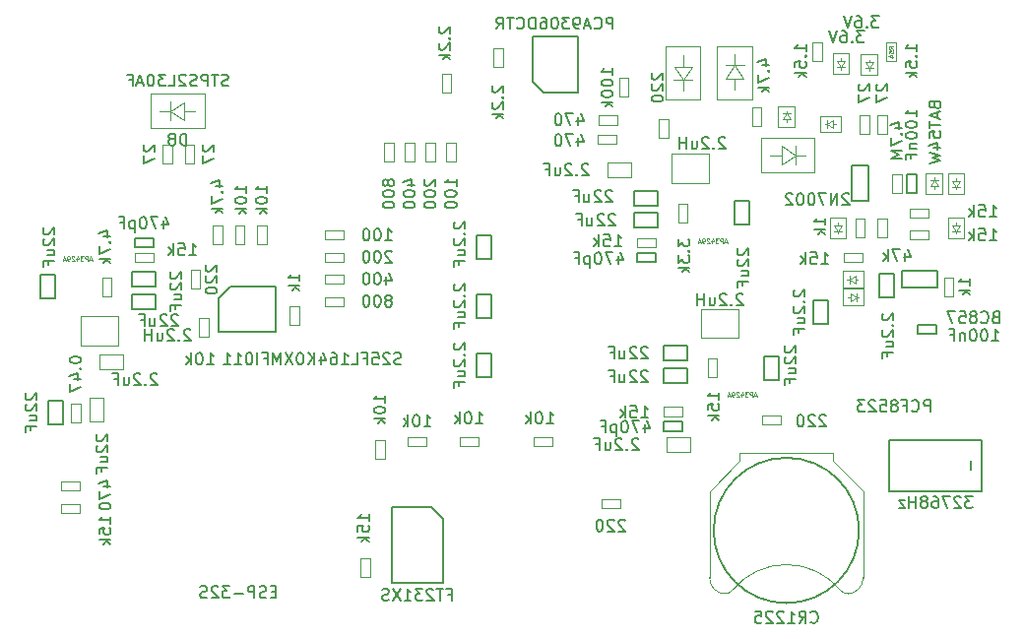
<source format=gbr>
G04 #@! TF.FileFunction,Other,Fab,Bot*
%FSLAX46Y46*%
G04 Gerber Fmt 4.6, Leading zero omitted, Abs format (unit mm)*
G04 Created by KiCad (PCBNEW 4.0.7+dfsg1-1) date Thu Oct  5 01:05:28 2017*
%MOMM*%
%LPD*%
G01*
G04 APERTURE LIST*
%ADD10C,0.100000*%
%ADD11C,0.150000*%
%ADD12C,0.075000*%
G04 APERTURE END LIST*
D10*
X154195000Y-64200000D02*
X154195000Y-68800000D01*
X154195000Y-68800000D02*
X157195000Y-68800000D01*
X157195000Y-64200000D02*
X154195000Y-64200000D01*
X157195000Y-64200000D02*
X157195000Y-68800000D01*
X155693980Y-67149440D02*
X155693980Y-68051140D01*
X155693980Y-65998820D02*
X155693980Y-65000600D01*
X156494080Y-67149440D02*
X154893880Y-67149440D01*
X154944680Y-65998820D02*
X156494080Y-65998820D01*
X155693980Y-67149440D02*
X154944680Y-65998820D01*
X155693980Y-67149440D02*
X156494080Y-65998820D01*
X153644000Y-72126000D02*
X154444000Y-72126000D01*
X153644000Y-70526000D02*
X153644000Y-72126000D01*
X154444000Y-70526000D02*
X153644000Y-70526000D01*
X154444000Y-72126000D02*
X154444000Y-70526000D01*
X160470000Y-89340000D02*
X160470000Y-86840000D01*
X157270000Y-89340000D02*
X160470000Y-89340000D01*
X157270000Y-86840000D02*
X157270000Y-89340000D01*
X160470000Y-86840000D02*
X157270000Y-86840000D01*
X157930000Y-76005000D02*
X157930000Y-73505000D01*
X154730000Y-76005000D02*
X157930000Y-76005000D01*
X154730000Y-73505000D02*
X154730000Y-76005000D01*
X157930000Y-73505000D02*
X154730000Y-73505000D01*
X103930000Y-87475000D02*
X103930000Y-89975000D01*
X107130000Y-87475000D02*
X103930000Y-87475000D01*
X107130000Y-89975000D02*
X107130000Y-87475000D01*
X103930000Y-89975000D02*
X107130000Y-89975000D01*
D11*
X101710000Y-83915000D02*
X100460000Y-83915000D01*
X101710000Y-85915000D02*
X101710000Y-83915000D01*
X100460000Y-85915000D02*
X101710000Y-85915000D01*
X100460000Y-83915000D02*
X100460000Y-85915000D01*
X154060000Y-90005000D02*
X154060000Y-91255000D01*
X156060000Y-90005000D02*
X154060000Y-90005000D01*
X156060000Y-91255000D02*
X156060000Y-90005000D01*
X154060000Y-91255000D02*
X156060000Y-91255000D01*
X154060000Y-91910000D02*
X154060000Y-93160000D01*
X156060000Y-91910000D02*
X154060000Y-91910000D01*
X156060000Y-93160000D02*
X156060000Y-91910000D01*
X154060000Y-93160000D02*
X156060000Y-93160000D01*
X162690000Y-92900000D02*
X163940000Y-92900000D01*
X162690000Y-90900000D02*
X162690000Y-92900000D01*
X163940000Y-90900000D02*
X162690000Y-90900000D01*
X163940000Y-92900000D02*
X163940000Y-90900000D01*
X151520000Y-78575000D02*
X151520000Y-79825000D01*
X153520000Y-78575000D02*
X151520000Y-78575000D01*
X153520000Y-79825000D02*
X153520000Y-78575000D01*
X151520000Y-79825000D02*
X153520000Y-79825000D01*
X151520000Y-76670000D02*
X151520000Y-77920000D01*
X153520000Y-76670000D02*
X151520000Y-76670000D01*
X153520000Y-77920000D02*
X153520000Y-76670000D01*
X151520000Y-77920000D02*
X153520000Y-77920000D01*
X160150000Y-79565000D02*
X161400000Y-79565000D01*
X160150000Y-77565000D02*
X160150000Y-79565000D01*
X161400000Y-77565000D02*
X160150000Y-77565000D01*
X161400000Y-79565000D02*
X161400000Y-77565000D01*
X110340000Y-84905000D02*
X110340000Y-83655000D01*
X108340000Y-84905000D02*
X110340000Y-84905000D01*
X108340000Y-83655000D02*
X108340000Y-84905000D01*
X110340000Y-83655000D02*
X108340000Y-83655000D01*
X110340000Y-86810000D02*
X110340000Y-85560000D01*
X108340000Y-86810000D02*
X110340000Y-86810000D01*
X108340000Y-85560000D02*
X108340000Y-86810000D01*
X110340000Y-85560000D02*
X108340000Y-85560000D01*
X172596000Y-85788000D02*
X173846000Y-85788000D01*
X172596000Y-83788000D02*
X172596000Y-85788000D01*
X173846000Y-83788000D02*
X172596000Y-83788000D01*
X173846000Y-85788000D02*
X173846000Y-83788000D01*
X177535000Y-83580000D02*
X174495000Y-83580000D01*
X174495000Y-84980000D02*
X174495000Y-83580000D01*
X177535000Y-84980000D02*
X177535000Y-83580000D01*
X177535000Y-84980000D02*
X174495000Y-84980000D01*
X170235000Y-74505000D02*
X170235000Y-77545000D01*
X171635000Y-77545000D02*
X170235000Y-77545000D01*
X171635000Y-74505000D02*
X170235000Y-74505000D01*
X171635000Y-74505000D02*
X171635000Y-77545000D01*
X154060000Y-96510000D02*
X154060000Y-97310000D01*
X155660000Y-96510000D02*
X154060000Y-96510000D01*
X155660000Y-97310000D02*
X155660000Y-96510000D01*
X154060000Y-97310000D02*
X155660000Y-97310000D01*
X151720000Y-81975000D02*
X151720000Y-82775000D01*
X153320000Y-81975000D02*
X151720000Y-81975000D01*
X153320000Y-82775000D02*
X153320000Y-81975000D01*
X151720000Y-82775000D02*
X153320000Y-82775000D01*
X110140000Y-81505000D02*
X110140000Y-80705000D01*
X108540000Y-81505000D02*
X110140000Y-81505000D01*
X108540000Y-80705000D02*
X108540000Y-81505000D01*
X110140000Y-80705000D02*
X108540000Y-80705000D01*
X175780000Y-75225000D02*
X174980000Y-75225000D01*
X175780000Y-76825000D02*
X175780000Y-75225000D01*
X174980000Y-76825000D02*
X175780000Y-76825000D01*
X174980000Y-75225000D02*
X174980000Y-76825000D01*
D10*
X169500000Y-81975000D02*
X169500000Y-82775000D01*
X171100000Y-81975000D02*
X169500000Y-81975000D01*
X171100000Y-82775000D02*
X171100000Y-81975000D01*
X169500000Y-82775000D02*
X171100000Y-82775000D01*
X172440000Y-80635000D02*
X173240000Y-80635000D01*
X172440000Y-79035000D02*
X172440000Y-80635000D01*
X173240000Y-79035000D02*
X172440000Y-79035000D01*
X173240000Y-80635000D02*
X173240000Y-79035000D01*
X176815000Y-80870000D02*
X176815000Y-80070000D01*
X175215000Y-80870000D02*
X176815000Y-80870000D01*
X175215000Y-80070000D02*
X175215000Y-80870000D01*
X176815000Y-80070000D02*
X175215000Y-80070000D01*
X174510000Y-75225000D02*
X173710000Y-75225000D01*
X174510000Y-76825000D02*
X174510000Y-75225000D01*
X173710000Y-76825000D02*
X174510000Y-76825000D01*
X173710000Y-75225000D02*
X173710000Y-76825000D01*
X178955000Y-84115000D02*
X178155000Y-84115000D01*
X178955000Y-85715000D02*
X178955000Y-84115000D01*
X178155000Y-85715000D02*
X178955000Y-85715000D01*
X178155000Y-84115000D02*
X178155000Y-85715000D01*
X114185000Y-83480000D02*
X113385000Y-83480000D01*
X114185000Y-85080000D02*
X114185000Y-83480000D01*
X113385000Y-85080000D02*
X114185000Y-85080000D01*
X113385000Y-83480000D02*
X113385000Y-85080000D01*
X170535000Y-80635000D02*
X171335000Y-80635000D01*
X170535000Y-79035000D02*
X170535000Y-80635000D01*
X171335000Y-79035000D02*
X170535000Y-79035000D01*
X171335000Y-80635000D02*
X171335000Y-79035000D01*
X128790000Y-108245000D02*
X127990000Y-108245000D01*
X128790000Y-109845000D02*
X128790000Y-108245000D01*
X127990000Y-109845000D02*
X128790000Y-109845000D01*
X127990000Y-108245000D02*
X127990000Y-109845000D01*
X150272000Y-103984000D02*
X150272000Y-103184000D01*
X148672000Y-103984000D02*
X150272000Y-103984000D01*
X148672000Y-103184000D02*
X148672000Y-103984000D01*
X150272000Y-103184000D02*
X148672000Y-103184000D01*
X176815000Y-78965000D02*
X176815000Y-78165000D01*
X175215000Y-78965000D02*
X176815000Y-78965000D01*
X175215000Y-78165000D02*
X175215000Y-78965000D01*
X176815000Y-78165000D02*
X175215000Y-78165000D01*
X154060000Y-95240000D02*
X154060000Y-96040000D01*
X155660000Y-95240000D02*
X154060000Y-95240000D01*
X155660000Y-96040000D02*
X155660000Y-95240000D01*
X154060000Y-96040000D02*
X155660000Y-96040000D01*
X110140000Y-82775000D02*
X110140000Y-81975000D01*
X108540000Y-82775000D02*
X110140000Y-82775000D01*
X108540000Y-81975000D02*
X108540000Y-82775000D01*
X110140000Y-81975000D02*
X108540000Y-81975000D01*
X151720000Y-80705000D02*
X151720000Y-81505000D01*
X153320000Y-80705000D02*
X151720000Y-80705000D01*
X153320000Y-81505000D02*
X153320000Y-80705000D01*
X151720000Y-81505000D02*
X153320000Y-81505000D01*
X158635000Y-91100000D02*
X157835000Y-91100000D01*
X158635000Y-92700000D02*
X158635000Y-91100000D01*
X157835000Y-92700000D02*
X158635000Y-92700000D01*
X157835000Y-91100000D02*
X157835000Y-92700000D01*
X105765000Y-85715000D02*
X106565000Y-85715000D01*
X105765000Y-84115000D02*
X105765000Y-85715000D01*
X106565000Y-84115000D02*
X105765000Y-84115000D01*
X106565000Y-85715000D02*
X106565000Y-84115000D01*
X156095000Y-77765000D02*
X155295000Y-77765000D01*
X156095000Y-79365000D02*
X156095000Y-77765000D01*
X155295000Y-79365000D02*
X156095000Y-79365000D01*
X155295000Y-77765000D02*
X155295000Y-79365000D01*
X126482000Y-86585000D02*
X126482000Y-85785000D01*
X124882000Y-86585000D02*
X126482000Y-86585000D01*
X124882000Y-85785000D02*
X124882000Y-86585000D01*
X126482000Y-85785000D02*
X124882000Y-85785000D01*
X126482000Y-84679000D02*
X126482000Y-83879000D01*
X124882000Y-84679000D02*
X126482000Y-84679000D01*
X124882000Y-83879000D02*
X124882000Y-84679000D01*
X126482000Y-83879000D02*
X124882000Y-83879000D01*
X126482000Y-82775000D02*
X126482000Y-81975000D01*
X124882000Y-82775000D02*
X126482000Y-82775000D01*
X124882000Y-81975000D02*
X124882000Y-82775000D01*
X126482000Y-81975000D02*
X124882000Y-81975000D01*
X126482000Y-80870000D02*
X126482000Y-80070000D01*
X124882000Y-80870000D02*
X126482000Y-80870000D01*
X124882000Y-80070000D02*
X124882000Y-80870000D01*
X126482000Y-80070000D02*
X124882000Y-80070000D01*
X130022000Y-74158000D02*
X130822000Y-74158000D01*
X130022000Y-72558000D02*
X130022000Y-74158000D01*
X130822000Y-72558000D02*
X130022000Y-72558000D01*
X130822000Y-74158000D02*
X130822000Y-72558000D01*
X131800000Y-74158000D02*
X132600000Y-74158000D01*
X131800000Y-72558000D02*
X131800000Y-74158000D01*
X132600000Y-72558000D02*
X131800000Y-72558000D01*
X132600000Y-74158000D02*
X132600000Y-72558000D01*
X133578000Y-74158000D02*
X134378000Y-74158000D01*
X133578000Y-72558000D02*
X133578000Y-74158000D01*
X134378000Y-72558000D02*
X133578000Y-72558000D01*
X134378000Y-74158000D02*
X134378000Y-72558000D01*
X135356000Y-74158000D02*
X136156000Y-74158000D01*
X135356000Y-72558000D02*
X135356000Y-74158000D01*
X136156000Y-72558000D02*
X135356000Y-72558000D01*
X136156000Y-74158000D02*
X136156000Y-72558000D01*
D11*
X115780000Y-85870000D02*
X115780000Y-88770000D01*
X115780000Y-88770000D02*
X120680000Y-88770000D01*
X120680000Y-88770000D02*
X120680000Y-84870000D01*
X120680000Y-84870000D02*
X116780000Y-84870000D01*
X116780000Y-84870000D02*
X115780000Y-85870000D01*
X175850000Y-88198000D02*
X175850000Y-88998000D01*
X177450000Y-88198000D02*
X175850000Y-88198000D01*
X177450000Y-88998000D02*
X177450000Y-88198000D01*
X175850000Y-88998000D02*
X177450000Y-88998000D01*
X143730000Y-68250000D02*
X146630000Y-68250000D01*
X146630000Y-68250000D02*
X146630000Y-63350000D01*
X146630000Y-63350000D02*
X142730000Y-63350000D01*
X142730000Y-63350000D02*
X142730000Y-67250000D01*
X142730000Y-67250000D02*
X143730000Y-68250000D01*
D10*
X161645000Y-71110000D02*
X162445000Y-71110000D01*
X161645000Y-69510000D02*
X161645000Y-71110000D01*
X162445000Y-69510000D02*
X161645000Y-69510000D01*
X162445000Y-71110000D02*
X162445000Y-69510000D01*
X139420000Y-66030000D02*
X140220000Y-66030000D01*
X139420000Y-64430000D02*
X139420000Y-66030000D01*
X140220000Y-64430000D02*
X139420000Y-64430000D01*
X140220000Y-66030000D02*
X140220000Y-64430000D01*
X134975000Y-68232000D02*
X135775000Y-68232000D01*
X134975000Y-66632000D02*
X134975000Y-68232000D01*
X135775000Y-66632000D02*
X134975000Y-66632000D01*
X135775000Y-68232000D02*
X135775000Y-66632000D01*
X150215000Y-68570000D02*
X151015000Y-68570000D01*
X150215000Y-66970000D02*
X150215000Y-68570000D01*
X151015000Y-66970000D02*
X150215000Y-66970000D01*
X151015000Y-68570000D02*
X151015000Y-66970000D01*
X149975000Y-72615000D02*
X149975000Y-71815000D01*
X148375000Y-72615000D02*
X149975000Y-72615000D01*
X148375000Y-71815000D02*
X148375000Y-72615000D01*
X149975000Y-71815000D02*
X148375000Y-71815000D01*
X150080000Y-71000000D02*
X150080000Y-70200000D01*
X148480000Y-71000000D02*
X150080000Y-71000000D01*
X148480000Y-70200000D02*
X148480000Y-71000000D01*
X150080000Y-70200000D02*
X148480000Y-70200000D01*
D11*
X134035000Y-103890000D02*
X130635000Y-103890000D01*
X130635000Y-103890000D02*
X130635000Y-110390000D01*
X130635000Y-110390000D02*
X135035000Y-110390000D01*
X135035000Y-110390000D02*
X135035000Y-104890000D01*
X135035000Y-104890000D02*
X134035000Y-103890000D01*
D10*
X119900000Y-79670000D02*
X119100000Y-79670000D01*
X119900000Y-81270000D02*
X119900000Y-79670000D01*
X119100000Y-81270000D02*
X119900000Y-81270000D01*
X119100000Y-79670000D02*
X119100000Y-81270000D01*
X114080000Y-89200000D02*
X114880000Y-89200000D01*
X114080000Y-87600000D02*
X114080000Y-89200000D01*
X114880000Y-87600000D02*
X114080000Y-87600000D01*
X114880000Y-89200000D02*
X114880000Y-87600000D01*
X129260000Y-99685000D02*
X130060000Y-99685000D01*
X129260000Y-98085000D02*
X129260000Y-99685000D01*
X130060000Y-98085000D02*
X129260000Y-98085000D01*
X130060000Y-99685000D02*
X130060000Y-98085000D01*
X117995000Y-79670000D02*
X117195000Y-79670000D01*
X117995000Y-81270000D02*
X117995000Y-79670000D01*
X117195000Y-81270000D02*
X117995000Y-81270000D01*
X117195000Y-79670000D02*
X117195000Y-81270000D01*
X122680000Y-86600000D02*
X121880000Y-86600000D01*
X122680000Y-88200000D02*
X122680000Y-86600000D01*
X121880000Y-88200000D02*
X122680000Y-88200000D01*
X121880000Y-86600000D02*
X121880000Y-88200000D01*
X116090000Y-79670000D02*
X115290000Y-79670000D01*
X116090000Y-81270000D02*
X116090000Y-79670000D01*
X115290000Y-81270000D02*
X116090000Y-81270000D01*
X115290000Y-79670000D02*
X115290000Y-81270000D01*
X144430000Y-98650000D02*
X144430000Y-97850000D01*
X142830000Y-98650000D02*
X144430000Y-98650000D01*
X142830000Y-97850000D02*
X142830000Y-98650000D01*
X144430000Y-97850000D02*
X142830000Y-97850000D01*
X138080000Y-98650000D02*
X138080000Y-97850000D01*
X136480000Y-98650000D02*
X138080000Y-98650000D01*
X136480000Y-97850000D02*
X136480000Y-98650000D01*
X138080000Y-97850000D02*
X136480000Y-97850000D01*
X133635000Y-98650000D02*
X133635000Y-97850000D01*
X132035000Y-98650000D02*
X133635000Y-98650000D01*
X132035000Y-97850000D02*
X132035000Y-98650000D01*
X133635000Y-97850000D02*
X132035000Y-97850000D01*
X102190000Y-103565000D02*
X102190000Y-104365000D01*
X103790000Y-103565000D02*
X102190000Y-103565000D01*
X103790000Y-104365000D02*
X103790000Y-103565000D01*
X102190000Y-104365000D02*
X103790000Y-104365000D01*
X102190000Y-101660000D02*
X102190000Y-102460000D01*
X103790000Y-101660000D02*
X102190000Y-101660000D01*
X103790000Y-102460000D02*
X103790000Y-101660000D01*
X102190000Y-102460000D02*
X103790000Y-102460000D01*
X103098000Y-96594000D02*
X103898000Y-96594000D01*
X103098000Y-94994000D02*
X103098000Y-96594000D01*
X103898000Y-94994000D02*
X103098000Y-94994000D01*
X103898000Y-96594000D02*
X103898000Y-94994000D01*
D11*
X166881000Y-88074000D02*
X168131000Y-88074000D01*
X166881000Y-86074000D02*
X166881000Y-88074000D01*
X168131000Y-86074000D02*
X166881000Y-86074000D01*
X168131000Y-88074000D02*
X168131000Y-86074000D01*
D10*
X164115000Y-96745000D02*
X164115000Y-95945000D01*
X162515000Y-96745000D02*
X164115000Y-96745000D01*
X162515000Y-95945000D02*
X162515000Y-96745000D01*
X164115000Y-95945000D02*
X162515000Y-95945000D01*
X166852000Y-65522000D02*
X167652000Y-65522000D01*
X166852000Y-63922000D02*
X166852000Y-65522000D01*
X167652000Y-63922000D02*
X166852000Y-63922000D01*
X167652000Y-65522000D02*
X167652000Y-63922000D01*
D11*
X139175000Y-90646000D02*
X137925000Y-90646000D01*
X139175000Y-92646000D02*
X139175000Y-90646000D01*
X137925000Y-92646000D02*
X139175000Y-92646000D01*
X137925000Y-90646000D02*
X137925000Y-92646000D01*
X137925000Y-82486000D02*
X139175000Y-82486000D01*
X137925000Y-80486000D02*
X137925000Y-82486000D01*
X139175000Y-80486000D02*
X137925000Y-80486000D01*
X139175000Y-82486000D02*
X139175000Y-80486000D01*
X139175000Y-85566000D02*
X137925000Y-85566000D01*
X139175000Y-87566000D02*
X139175000Y-85566000D01*
X137925000Y-87566000D02*
X139175000Y-87566000D01*
X137925000Y-85566000D02*
X137925000Y-87566000D01*
X102345000Y-94710000D02*
X101095000Y-94710000D01*
X102345000Y-96710000D02*
X102345000Y-94710000D01*
X101095000Y-96710000D02*
X102345000Y-96710000D01*
X101095000Y-94710000D02*
X101095000Y-96710000D01*
D10*
X112877000Y-74285000D02*
X113677000Y-74285000D01*
X112877000Y-72685000D02*
X112877000Y-74285000D01*
X113677000Y-72685000D02*
X112877000Y-72685000D01*
X113677000Y-74285000D02*
X113677000Y-72685000D01*
X110972000Y-74285000D02*
X111772000Y-74285000D01*
X110972000Y-72685000D02*
X110972000Y-74285000D01*
X111772000Y-72685000D02*
X110972000Y-72685000D01*
X111772000Y-74285000D02*
X111772000Y-72685000D01*
X172440000Y-71745000D02*
X173240000Y-71745000D01*
X172440000Y-70145000D02*
X172440000Y-71745000D01*
X173240000Y-70145000D02*
X172440000Y-70145000D01*
X173240000Y-71745000D02*
X173240000Y-70145000D01*
X170916000Y-71745000D02*
X171716000Y-71745000D01*
X170916000Y-70145000D02*
X170916000Y-71745000D01*
X171716000Y-70145000D02*
X170916000Y-70145000D01*
X171716000Y-71745000D02*
X171716000Y-70145000D01*
D11*
X170835000Y-105870000D02*
G75*
G03X170835000Y-105870000I-6250000J0D01*
G01*
D10*
X159206987Y-111317558D02*
G75*
G03X159985000Y-110970000I88013J847558D01*
G01*
X169963013Y-111317558D02*
G75*
G02X169185000Y-110970000I-88013J847558D01*
G01*
X159977095Y-110979589D02*
G75*
G02X169185000Y-110970000I4607905J-3790411D01*
G01*
X157985000Y-109920000D02*
G75*
G03X159285000Y-111320000I1350000J-50000D01*
G01*
X171185000Y-109920000D02*
G75*
G02X169885000Y-111320000I-1350000J-50000D01*
G01*
X157985000Y-102470000D02*
X157985000Y-109970000D01*
X171185000Y-102470000D02*
X171185000Y-109970000D01*
X160585000Y-99870000D02*
X157985000Y-102470000D01*
X168585000Y-99870000D02*
X171185000Y-102470000D01*
X160585000Y-99170000D02*
X160585000Y-99870000D01*
X168585000Y-99170000D02*
X168585000Y-99870000D01*
X168585000Y-99170000D02*
X160585000Y-99170000D01*
D11*
X181412000Y-98082000D02*
X181412000Y-102482000D01*
X173412000Y-98082000D02*
X181412000Y-98082000D01*
X173412000Y-102482000D02*
X173412000Y-98082000D01*
X181412000Y-102482000D02*
X173412000Y-102482000D01*
X180412000Y-99882000D02*
X180412000Y-100682000D01*
D10*
X177285000Y-76225000D02*
X177285000Y-76475000D01*
X177635000Y-76225000D02*
X177285000Y-75725000D01*
X176935000Y-76225000D02*
X177635000Y-76225000D01*
X177285000Y-75725000D02*
X176935000Y-76225000D01*
X177285000Y-75725000D02*
X177285000Y-75525000D01*
X176935000Y-75725000D02*
X177635000Y-75725000D01*
X177985000Y-75125000D02*
X176585000Y-75125000D01*
X177985000Y-76925000D02*
X177985000Y-75125000D01*
X176585000Y-76925000D02*
X177985000Y-76925000D01*
X176585000Y-75125000D02*
X176585000Y-76925000D01*
X104656000Y-96456000D02*
X105896000Y-96456000D01*
X104656000Y-94456000D02*
X104656000Y-96456000D01*
X105896000Y-94456000D02*
X104656000Y-94456000D01*
X105896000Y-96456000D02*
X105896000Y-94456000D01*
X170500000Y-84280000D02*
X170750000Y-84280000D01*
X170500000Y-83930000D02*
X170000000Y-84280000D01*
X170500000Y-84630000D02*
X170500000Y-83930000D01*
X170000000Y-84280000D02*
X170500000Y-84630000D01*
X170000000Y-84280000D02*
X169800000Y-84280000D01*
X170000000Y-84630000D02*
X170000000Y-83930000D01*
X169400000Y-83580000D02*
X169400000Y-84980000D01*
X171200000Y-83580000D02*
X169400000Y-83580000D01*
X171200000Y-84980000D02*
X171200000Y-83580000D01*
X169400000Y-84980000D02*
X171200000Y-84980000D01*
X179190000Y-79635000D02*
X179190000Y-79385000D01*
X178840000Y-79635000D02*
X179190000Y-80135000D01*
X179540000Y-79635000D02*
X178840000Y-79635000D01*
X179190000Y-80135000D02*
X179540000Y-79635000D01*
X179190000Y-80135000D02*
X179190000Y-80335000D01*
X179540000Y-80135000D02*
X178840000Y-80135000D01*
X178490000Y-80735000D02*
X179890000Y-80735000D01*
X178490000Y-78935000D02*
X178490000Y-80735000D01*
X179890000Y-78935000D02*
X178490000Y-78935000D01*
X179890000Y-80735000D02*
X179890000Y-78935000D01*
X169030000Y-79635000D02*
X169030000Y-79385000D01*
X168680000Y-79635000D02*
X169030000Y-80135000D01*
X169380000Y-79635000D02*
X168680000Y-79635000D01*
X169030000Y-80135000D02*
X169380000Y-79635000D01*
X169030000Y-80135000D02*
X169030000Y-80335000D01*
X169380000Y-80135000D02*
X168680000Y-80135000D01*
X168330000Y-80735000D02*
X169730000Y-80735000D01*
X168330000Y-78935000D02*
X168330000Y-80735000D01*
X169730000Y-78935000D02*
X168330000Y-78935000D01*
X169730000Y-80735000D02*
X169730000Y-78935000D01*
X170100000Y-85804000D02*
X169850000Y-85804000D01*
X170100000Y-86154000D02*
X170600000Y-85804000D01*
X170100000Y-85454000D02*
X170100000Y-86154000D01*
X170600000Y-85804000D02*
X170100000Y-85454000D01*
X170600000Y-85804000D02*
X170800000Y-85804000D01*
X170600000Y-85454000D02*
X170600000Y-86154000D01*
X171200000Y-86504000D02*
X171200000Y-85104000D01*
X169400000Y-86504000D02*
X171200000Y-86504000D01*
X169400000Y-85104000D02*
X169400000Y-86504000D01*
X171200000Y-85104000D02*
X169400000Y-85104000D01*
X179190000Y-75825000D02*
X179190000Y-75575000D01*
X178840000Y-75825000D02*
X179190000Y-76325000D01*
X179540000Y-75825000D02*
X178840000Y-75825000D01*
X179190000Y-76325000D02*
X179540000Y-75825000D01*
X179190000Y-76325000D02*
X179190000Y-76525000D01*
X179540000Y-76325000D02*
X178840000Y-76325000D01*
X178490000Y-76925000D02*
X179890000Y-76925000D01*
X178490000Y-75125000D02*
X178490000Y-76925000D01*
X179890000Y-75125000D02*
X178490000Y-75125000D01*
X179890000Y-76925000D02*
X179890000Y-75125000D01*
X168595000Y-70945000D02*
X168845000Y-70945000D01*
X168595000Y-70595000D02*
X168095000Y-70945000D01*
X168595000Y-71295000D02*
X168595000Y-70595000D01*
X168095000Y-70945000D02*
X168595000Y-71295000D01*
X168095000Y-70945000D02*
X167895000Y-70945000D01*
X168095000Y-71295000D02*
X168095000Y-70595000D01*
X167495000Y-70245000D02*
X167495000Y-71645000D01*
X169295000Y-70245000D02*
X167495000Y-70245000D01*
X169295000Y-71645000D02*
X169295000Y-70245000D01*
X167495000Y-71645000D02*
X169295000Y-71645000D01*
X164585000Y-70510000D02*
X164585000Y-70760000D01*
X164935000Y-70510000D02*
X164585000Y-70010000D01*
X164235000Y-70510000D02*
X164935000Y-70510000D01*
X164585000Y-70010000D02*
X164235000Y-70510000D01*
X164585000Y-70010000D02*
X164585000Y-69810000D01*
X164235000Y-70010000D02*
X164935000Y-70010000D01*
X165285000Y-69410000D02*
X163885000Y-69410000D01*
X165285000Y-71210000D02*
X165285000Y-69410000D01*
X163885000Y-71210000D02*
X165285000Y-71210000D01*
X163885000Y-69410000D02*
X163885000Y-71210000D01*
X169284000Y-65538000D02*
X169284000Y-65288000D01*
X168934000Y-65538000D02*
X169284000Y-66038000D01*
X169634000Y-65538000D02*
X168934000Y-65538000D01*
X169284000Y-66038000D02*
X169634000Y-65538000D01*
X169284000Y-66038000D02*
X169284000Y-66238000D01*
X169634000Y-66038000D02*
X168934000Y-66038000D01*
X168584000Y-66638000D02*
X169984000Y-66638000D01*
X168584000Y-64838000D02*
X168584000Y-66638000D01*
X169984000Y-64838000D02*
X168584000Y-64838000D01*
X169984000Y-66638000D02*
X169984000Y-64838000D01*
X171697000Y-65631000D02*
X171697000Y-65381000D01*
X171347000Y-65631000D02*
X171697000Y-66131000D01*
X172047000Y-65631000D02*
X171347000Y-65631000D01*
X171697000Y-66131000D02*
X172047000Y-65631000D01*
X171697000Y-66131000D02*
X171697000Y-66331000D01*
X172047000Y-66131000D02*
X171347000Y-66131000D01*
X170997000Y-66731000D02*
X172397000Y-66731000D01*
X170997000Y-64931000D02*
X170997000Y-66731000D01*
X172397000Y-64931000D02*
X170997000Y-64931000D01*
X172397000Y-66731000D02*
X172397000Y-64931000D01*
X114561000Y-68302000D02*
X109961000Y-68302000D01*
X109961000Y-68302000D02*
X109961000Y-71302000D01*
X114561000Y-71302000D02*
X114561000Y-68302000D01*
X114561000Y-71302000D02*
X109961000Y-71302000D01*
X111611560Y-69800980D02*
X110709860Y-69800980D01*
X112762180Y-69800980D02*
X113760400Y-69800980D01*
X111611560Y-70601080D02*
X111611560Y-69000880D01*
X112762180Y-69051680D02*
X112762180Y-70601080D01*
X111611560Y-69800980D02*
X112762180Y-69051680D01*
X111611560Y-69800980D02*
X112762180Y-70601080D01*
X162412000Y-75112000D02*
X167012000Y-75112000D01*
X167012000Y-75112000D02*
X167012000Y-72112000D01*
X162412000Y-72112000D02*
X162412000Y-75112000D01*
X162412000Y-72112000D02*
X167012000Y-72112000D01*
X165361440Y-73613020D02*
X166263140Y-73613020D01*
X164210820Y-73613020D02*
X163212600Y-73613020D01*
X165361440Y-72812920D02*
X165361440Y-74413120D01*
X164210820Y-74362320D02*
X164210820Y-72812920D01*
X165361440Y-73613020D02*
X164210820Y-74362320D01*
X165361440Y-73613020D02*
X164210820Y-72812920D01*
X161640000Y-68800000D02*
X161640000Y-64200000D01*
X161640000Y-64200000D02*
X158640000Y-64200000D01*
X158640000Y-68800000D02*
X161640000Y-68800000D01*
X158640000Y-68800000D02*
X158640000Y-64200000D01*
X160141020Y-65850560D02*
X160141020Y-64948860D01*
X160141020Y-67001180D02*
X160141020Y-67999400D01*
X159340920Y-65850560D02*
X160941120Y-65850560D01*
X160890320Y-67001180D02*
X159340920Y-67001180D01*
X160141020Y-65850560D02*
X160890320Y-67001180D01*
X160141020Y-65850560D02*
X159340920Y-67001180D01*
X154314000Y-97884000D02*
X154314000Y-99124000D01*
X156314000Y-97884000D02*
X154314000Y-97884000D01*
X156314000Y-99124000D02*
X156314000Y-97884000D01*
X154314000Y-99124000D02*
X156314000Y-99124000D01*
X107546000Y-92012000D02*
X107546000Y-90772000D01*
X105546000Y-92012000D02*
X107546000Y-92012000D01*
X105546000Y-90772000D02*
X105546000Y-92012000D01*
X107546000Y-90772000D02*
X105546000Y-90772000D01*
X151234000Y-75502000D02*
X151234000Y-74262000D01*
X149234000Y-75502000D02*
X151234000Y-75502000D01*
X149234000Y-74262000D02*
X149234000Y-75502000D01*
X151234000Y-74262000D02*
X149234000Y-74262000D01*
X173202000Y-65522000D02*
X174002000Y-65522000D01*
X173202000Y-63922000D02*
X173202000Y-65522000D01*
X174002000Y-63922000D02*
X173202000Y-63922000D01*
X174002000Y-65522000D02*
X174002000Y-63922000D01*
D11*
X153083619Y-66531905D02*
X153036000Y-66579524D01*
X152988381Y-66674762D01*
X152988381Y-66912858D01*
X153036000Y-67008096D01*
X153083619Y-67055715D01*
X153178857Y-67103334D01*
X153274095Y-67103334D01*
X153416952Y-67055715D01*
X153988381Y-66484286D01*
X153988381Y-67103334D01*
X153083619Y-67484286D02*
X153036000Y-67531905D01*
X152988381Y-67627143D01*
X152988381Y-67865239D01*
X153036000Y-67960477D01*
X153083619Y-68008096D01*
X153178857Y-68055715D01*
X153274095Y-68055715D01*
X153416952Y-68008096D01*
X153988381Y-67436667D01*
X153988381Y-68055715D01*
X152988381Y-68674762D02*
X152988381Y-68770001D01*
X153036000Y-68865239D01*
X153083619Y-68912858D01*
X153178857Y-68960477D01*
X153369333Y-69008096D01*
X153607429Y-69008096D01*
X153797905Y-68960477D01*
X153893143Y-68912858D01*
X153940762Y-68865239D01*
X153988381Y-68770001D01*
X153988381Y-68674762D01*
X153940762Y-68579524D01*
X153893143Y-68531905D01*
X153797905Y-68484286D01*
X153607429Y-68436667D01*
X153369333Y-68436667D01*
X153178857Y-68484286D01*
X153083619Y-68531905D01*
X153036000Y-68579524D01*
X152988381Y-68674762D01*
X160846190Y-85605619D02*
X160798571Y-85558000D01*
X160703333Y-85510381D01*
X160465237Y-85510381D01*
X160369999Y-85558000D01*
X160322380Y-85605619D01*
X160274761Y-85700857D01*
X160274761Y-85796095D01*
X160322380Y-85938952D01*
X160893809Y-86510381D01*
X160274761Y-86510381D01*
X159846190Y-86415143D02*
X159798571Y-86462762D01*
X159846190Y-86510381D01*
X159893809Y-86462762D01*
X159846190Y-86415143D01*
X159846190Y-86510381D01*
X159417619Y-85605619D02*
X159370000Y-85558000D01*
X159274762Y-85510381D01*
X159036666Y-85510381D01*
X158941428Y-85558000D01*
X158893809Y-85605619D01*
X158846190Y-85700857D01*
X158846190Y-85796095D01*
X158893809Y-85938952D01*
X159465238Y-86510381D01*
X158846190Y-86510381D01*
X157989047Y-85843714D02*
X157989047Y-86510381D01*
X158417619Y-85843714D02*
X158417619Y-86367524D01*
X158370000Y-86462762D01*
X158274762Y-86510381D01*
X158131904Y-86510381D01*
X158036666Y-86462762D01*
X157989047Y-86415143D01*
X157512857Y-86510381D02*
X157512857Y-85510381D01*
X157512857Y-85986571D02*
X156941428Y-85986571D01*
X156941428Y-86510381D02*
X156941428Y-85510381D01*
D10*
X162003571Y-94252667D02*
X161813094Y-94252667D01*
X162041666Y-94366952D02*
X161908332Y-93966952D01*
X161774999Y-94366952D01*
X161641666Y-94366952D02*
X161641666Y-93966952D01*
X161489285Y-93966952D01*
X161451190Y-93986000D01*
X161432142Y-94005048D01*
X161413094Y-94043143D01*
X161413094Y-94100286D01*
X161432142Y-94138381D01*
X161451190Y-94157429D01*
X161489285Y-94176476D01*
X161641666Y-94176476D01*
X161279761Y-93966952D02*
X161032142Y-93966952D01*
X161165475Y-94119333D01*
X161108333Y-94119333D01*
X161070237Y-94138381D01*
X161051190Y-94157429D01*
X161032142Y-94195524D01*
X161032142Y-94290762D01*
X161051190Y-94328857D01*
X161070237Y-94347905D01*
X161108333Y-94366952D01*
X161222618Y-94366952D01*
X161260714Y-94347905D01*
X161279761Y-94328857D01*
X160689285Y-94100286D02*
X160689285Y-94366952D01*
X160784523Y-93947905D02*
X160879762Y-94233619D01*
X160632142Y-94233619D01*
X160498810Y-94005048D02*
X160479762Y-93986000D01*
X160441667Y-93966952D01*
X160346429Y-93966952D01*
X160308333Y-93986000D01*
X160289286Y-94005048D01*
X160270238Y-94043143D01*
X160270238Y-94081238D01*
X160289286Y-94138381D01*
X160517857Y-94366952D01*
X160270238Y-94366952D01*
X160079762Y-94366952D02*
X160003572Y-94366952D01*
X159965477Y-94347905D01*
X159946429Y-94328857D01*
X159908334Y-94271714D01*
X159889286Y-94195524D01*
X159889286Y-94043143D01*
X159908334Y-94005048D01*
X159927381Y-93986000D01*
X159965477Y-93966952D01*
X160041667Y-93966952D01*
X160079762Y-93986000D01*
X160098810Y-94005048D01*
X160117858Y-94043143D01*
X160117858Y-94138381D01*
X160098810Y-94176476D01*
X160079762Y-94195524D01*
X160041667Y-94214571D01*
X159965477Y-94214571D01*
X159927381Y-94195524D01*
X159908334Y-94176476D01*
X159889286Y-94138381D01*
X159736906Y-94252667D02*
X159546429Y-94252667D01*
X159775001Y-94366952D02*
X159641667Y-93966952D01*
X159508334Y-94366952D01*
D11*
X159322190Y-72143619D02*
X159274571Y-72096000D01*
X159179333Y-72048381D01*
X158941237Y-72048381D01*
X158845999Y-72096000D01*
X158798380Y-72143619D01*
X158750761Y-72238857D01*
X158750761Y-72334095D01*
X158798380Y-72476952D01*
X159369809Y-73048381D01*
X158750761Y-73048381D01*
X158322190Y-72953143D02*
X158274571Y-73000762D01*
X158322190Y-73048381D01*
X158369809Y-73000762D01*
X158322190Y-72953143D01*
X158322190Y-73048381D01*
X157893619Y-72143619D02*
X157846000Y-72096000D01*
X157750762Y-72048381D01*
X157512666Y-72048381D01*
X157417428Y-72096000D01*
X157369809Y-72143619D01*
X157322190Y-72238857D01*
X157322190Y-72334095D01*
X157369809Y-72476952D01*
X157941238Y-73048381D01*
X157322190Y-73048381D01*
X156465047Y-72381714D02*
X156465047Y-73048381D01*
X156893619Y-72381714D02*
X156893619Y-72905524D01*
X156846000Y-73000762D01*
X156750762Y-73048381D01*
X156607904Y-73048381D01*
X156512666Y-73000762D01*
X156465047Y-72953143D01*
X155988857Y-73048381D02*
X155988857Y-72048381D01*
X155988857Y-72524571D02*
X155417428Y-72524571D01*
X155417428Y-73048381D02*
X155417428Y-72048381D01*
D10*
X159463571Y-81044667D02*
X159273094Y-81044667D01*
X159501666Y-81158952D02*
X159368332Y-80758952D01*
X159234999Y-81158952D01*
X159101666Y-81158952D02*
X159101666Y-80758952D01*
X158949285Y-80758952D01*
X158911190Y-80778000D01*
X158892142Y-80797048D01*
X158873094Y-80835143D01*
X158873094Y-80892286D01*
X158892142Y-80930381D01*
X158911190Y-80949429D01*
X158949285Y-80968476D01*
X159101666Y-80968476D01*
X158739761Y-80758952D02*
X158492142Y-80758952D01*
X158625475Y-80911333D01*
X158568333Y-80911333D01*
X158530237Y-80930381D01*
X158511190Y-80949429D01*
X158492142Y-80987524D01*
X158492142Y-81082762D01*
X158511190Y-81120857D01*
X158530237Y-81139905D01*
X158568333Y-81158952D01*
X158682618Y-81158952D01*
X158720714Y-81139905D01*
X158739761Y-81120857D01*
X158149285Y-80892286D02*
X158149285Y-81158952D01*
X158244523Y-80739905D02*
X158339762Y-81025619D01*
X158092142Y-81025619D01*
X157958810Y-80797048D02*
X157939762Y-80778000D01*
X157901667Y-80758952D01*
X157806429Y-80758952D01*
X157768333Y-80778000D01*
X157749286Y-80797048D01*
X157730238Y-80835143D01*
X157730238Y-80873238D01*
X157749286Y-80930381D01*
X157977857Y-81158952D01*
X157730238Y-81158952D01*
X157539762Y-81158952D02*
X157463572Y-81158952D01*
X157425477Y-81139905D01*
X157406429Y-81120857D01*
X157368334Y-81063714D01*
X157349286Y-80987524D01*
X157349286Y-80835143D01*
X157368334Y-80797048D01*
X157387381Y-80778000D01*
X157425477Y-80758952D01*
X157501667Y-80758952D01*
X157539762Y-80778000D01*
X157558810Y-80797048D01*
X157577858Y-80835143D01*
X157577858Y-80930381D01*
X157558810Y-80968476D01*
X157539762Y-80987524D01*
X157501667Y-81006571D01*
X157425477Y-81006571D01*
X157387381Y-80987524D01*
X157368334Y-80968476D01*
X157349286Y-80930381D01*
X157196906Y-81044667D02*
X157006429Y-81044667D01*
X157235001Y-81158952D02*
X157101667Y-80758952D01*
X156968334Y-81158952D01*
D11*
X113348190Y-88653619D02*
X113300571Y-88606000D01*
X113205333Y-88558381D01*
X112967237Y-88558381D01*
X112871999Y-88606000D01*
X112824380Y-88653619D01*
X112776761Y-88748857D01*
X112776761Y-88844095D01*
X112824380Y-88986952D01*
X113395809Y-89558381D01*
X112776761Y-89558381D01*
X112348190Y-89463143D02*
X112300571Y-89510762D01*
X112348190Y-89558381D01*
X112395809Y-89510762D01*
X112348190Y-89463143D01*
X112348190Y-89558381D01*
X111919619Y-88653619D02*
X111872000Y-88606000D01*
X111776762Y-88558381D01*
X111538666Y-88558381D01*
X111443428Y-88606000D01*
X111395809Y-88653619D01*
X111348190Y-88748857D01*
X111348190Y-88844095D01*
X111395809Y-88986952D01*
X111967238Y-89558381D01*
X111348190Y-89558381D01*
X110491047Y-88891714D02*
X110491047Y-89558381D01*
X110919619Y-88891714D02*
X110919619Y-89415524D01*
X110872000Y-89510762D01*
X110776762Y-89558381D01*
X110633904Y-89558381D01*
X110538666Y-89510762D01*
X110491047Y-89463143D01*
X110014857Y-89558381D02*
X110014857Y-88558381D01*
X110014857Y-89034571D02*
X109443428Y-89034571D01*
X109443428Y-89558381D02*
X109443428Y-88558381D01*
D10*
X104853571Y-82568667D02*
X104663094Y-82568667D01*
X104891666Y-82682952D02*
X104758332Y-82282952D01*
X104624999Y-82682952D01*
X104491666Y-82682952D02*
X104491666Y-82282952D01*
X104339285Y-82282952D01*
X104301190Y-82302000D01*
X104282142Y-82321048D01*
X104263094Y-82359143D01*
X104263094Y-82416286D01*
X104282142Y-82454381D01*
X104301190Y-82473429D01*
X104339285Y-82492476D01*
X104491666Y-82492476D01*
X104129761Y-82282952D02*
X103882142Y-82282952D01*
X104015475Y-82435333D01*
X103958333Y-82435333D01*
X103920237Y-82454381D01*
X103901190Y-82473429D01*
X103882142Y-82511524D01*
X103882142Y-82606762D01*
X103901190Y-82644857D01*
X103920237Y-82663905D01*
X103958333Y-82682952D01*
X104072618Y-82682952D01*
X104110714Y-82663905D01*
X104129761Y-82644857D01*
X103539285Y-82416286D02*
X103539285Y-82682952D01*
X103634523Y-82263905D02*
X103729762Y-82549619D01*
X103482142Y-82549619D01*
X103348810Y-82321048D02*
X103329762Y-82302000D01*
X103291667Y-82282952D01*
X103196429Y-82282952D01*
X103158333Y-82302000D01*
X103139286Y-82321048D01*
X103120238Y-82359143D01*
X103120238Y-82397238D01*
X103139286Y-82454381D01*
X103367857Y-82682952D01*
X103120238Y-82682952D01*
X102929762Y-82682952D02*
X102853572Y-82682952D01*
X102815477Y-82663905D01*
X102796429Y-82644857D01*
X102758334Y-82587714D01*
X102739286Y-82511524D01*
X102739286Y-82359143D01*
X102758334Y-82321048D01*
X102777381Y-82302000D01*
X102815477Y-82282952D01*
X102891667Y-82282952D01*
X102929762Y-82302000D01*
X102948810Y-82321048D01*
X102967858Y-82359143D01*
X102967858Y-82454381D01*
X102948810Y-82492476D01*
X102929762Y-82511524D01*
X102891667Y-82530571D01*
X102815477Y-82530571D01*
X102777381Y-82511524D01*
X102758334Y-82492476D01*
X102739286Y-82454381D01*
X102586906Y-82568667D02*
X102396429Y-82568667D01*
X102625001Y-82682952D02*
X102491667Y-82282952D01*
X102358334Y-82682952D01*
D11*
X100759619Y-79843143D02*
X100712000Y-79890762D01*
X100664381Y-79986000D01*
X100664381Y-80224096D01*
X100712000Y-80319334D01*
X100759619Y-80366953D01*
X100854857Y-80414572D01*
X100950095Y-80414572D01*
X101092952Y-80366953D01*
X101664381Y-79795524D01*
X101664381Y-80414572D01*
X100759619Y-80795524D02*
X100712000Y-80843143D01*
X100664381Y-80938381D01*
X100664381Y-81176477D01*
X100712000Y-81271715D01*
X100759619Y-81319334D01*
X100854857Y-81366953D01*
X100950095Y-81366953D01*
X101092952Y-81319334D01*
X101664381Y-80747905D01*
X101664381Y-81366953D01*
X100997714Y-82224096D02*
X101664381Y-82224096D01*
X100997714Y-81795524D02*
X101521524Y-81795524D01*
X101616762Y-81843143D01*
X101664381Y-81938381D01*
X101664381Y-82081239D01*
X101616762Y-82176477D01*
X101569143Y-82224096D01*
X101140571Y-83033620D02*
X101140571Y-82700286D01*
X101664381Y-82700286D02*
X100664381Y-82700286D01*
X100664381Y-83176477D01*
X152638857Y-90177619D02*
X152591238Y-90130000D01*
X152496000Y-90082381D01*
X152257904Y-90082381D01*
X152162666Y-90130000D01*
X152115047Y-90177619D01*
X152067428Y-90272857D01*
X152067428Y-90368095D01*
X152115047Y-90510952D01*
X152686476Y-91082381D01*
X152067428Y-91082381D01*
X151686476Y-90177619D02*
X151638857Y-90130000D01*
X151543619Y-90082381D01*
X151305523Y-90082381D01*
X151210285Y-90130000D01*
X151162666Y-90177619D01*
X151115047Y-90272857D01*
X151115047Y-90368095D01*
X151162666Y-90510952D01*
X151734095Y-91082381D01*
X151115047Y-91082381D01*
X150257904Y-90415714D02*
X150257904Y-91082381D01*
X150686476Y-90415714D02*
X150686476Y-90939524D01*
X150638857Y-91034762D01*
X150543619Y-91082381D01*
X150400761Y-91082381D01*
X150305523Y-91034762D01*
X150257904Y-90987143D01*
X149448380Y-90558571D02*
X149781714Y-90558571D01*
X149781714Y-91082381D02*
X149781714Y-90082381D01*
X149305523Y-90082381D01*
X152638857Y-92209619D02*
X152591238Y-92162000D01*
X152496000Y-92114381D01*
X152257904Y-92114381D01*
X152162666Y-92162000D01*
X152115047Y-92209619D01*
X152067428Y-92304857D01*
X152067428Y-92400095D01*
X152115047Y-92542952D01*
X152686476Y-93114381D01*
X152067428Y-93114381D01*
X151686476Y-92209619D02*
X151638857Y-92162000D01*
X151543619Y-92114381D01*
X151305523Y-92114381D01*
X151210285Y-92162000D01*
X151162666Y-92209619D01*
X151115047Y-92304857D01*
X151115047Y-92400095D01*
X151162666Y-92542952D01*
X151734095Y-93114381D01*
X151115047Y-93114381D01*
X150257904Y-92447714D02*
X150257904Y-93114381D01*
X150686476Y-92447714D02*
X150686476Y-92971524D01*
X150638857Y-93066762D01*
X150543619Y-93114381D01*
X150400761Y-93114381D01*
X150305523Y-93066762D01*
X150257904Y-93019143D01*
X149448380Y-92590571D02*
X149781714Y-92590571D01*
X149781714Y-93114381D02*
X149781714Y-92114381D01*
X149305523Y-92114381D01*
X164513619Y-90003143D02*
X164466000Y-90050762D01*
X164418381Y-90146000D01*
X164418381Y-90384096D01*
X164466000Y-90479334D01*
X164513619Y-90526953D01*
X164608857Y-90574572D01*
X164704095Y-90574572D01*
X164846952Y-90526953D01*
X165418381Y-89955524D01*
X165418381Y-90574572D01*
X164513619Y-90955524D02*
X164466000Y-91003143D01*
X164418381Y-91098381D01*
X164418381Y-91336477D01*
X164466000Y-91431715D01*
X164513619Y-91479334D01*
X164608857Y-91526953D01*
X164704095Y-91526953D01*
X164846952Y-91479334D01*
X165418381Y-90907905D01*
X165418381Y-91526953D01*
X164751714Y-92384096D02*
X165418381Y-92384096D01*
X164751714Y-91955524D02*
X165275524Y-91955524D01*
X165370762Y-92003143D01*
X165418381Y-92098381D01*
X165418381Y-92241239D01*
X165370762Y-92336477D01*
X165323143Y-92384096D01*
X164894571Y-93193620D02*
X164894571Y-92860286D01*
X165418381Y-92860286D02*
X164418381Y-92860286D01*
X164418381Y-93336477D01*
X149844857Y-78747619D02*
X149797238Y-78700000D01*
X149702000Y-78652381D01*
X149463904Y-78652381D01*
X149368666Y-78700000D01*
X149321047Y-78747619D01*
X149273428Y-78842857D01*
X149273428Y-78938095D01*
X149321047Y-79080952D01*
X149892476Y-79652381D01*
X149273428Y-79652381D01*
X148892476Y-78747619D02*
X148844857Y-78700000D01*
X148749619Y-78652381D01*
X148511523Y-78652381D01*
X148416285Y-78700000D01*
X148368666Y-78747619D01*
X148321047Y-78842857D01*
X148321047Y-78938095D01*
X148368666Y-79080952D01*
X148940095Y-79652381D01*
X148321047Y-79652381D01*
X147463904Y-78985714D02*
X147463904Y-79652381D01*
X147892476Y-78985714D02*
X147892476Y-79509524D01*
X147844857Y-79604762D01*
X147749619Y-79652381D01*
X147606761Y-79652381D01*
X147511523Y-79604762D01*
X147463904Y-79557143D01*
X146654380Y-79128571D02*
X146987714Y-79128571D01*
X146987714Y-79652381D02*
X146987714Y-78652381D01*
X146511523Y-78652381D01*
X149590857Y-76715619D02*
X149543238Y-76668000D01*
X149448000Y-76620381D01*
X149209904Y-76620381D01*
X149114666Y-76668000D01*
X149067047Y-76715619D01*
X149019428Y-76810857D01*
X149019428Y-76906095D01*
X149067047Y-77048952D01*
X149638476Y-77620381D01*
X149019428Y-77620381D01*
X148638476Y-76715619D02*
X148590857Y-76668000D01*
X148495619Y-76620381D01*
X148257523Y-76620381D01*
X148162285Y-76668000D01*
X148114666Y-76715619D01*
X148067047Y-76810857D01*
X148067047Y-76906095D01*
X148114666Y-77048952D01*
X148686095Y-77620381D01*
X148067047Y-77620381D01*
X147209904Y-76953714D02*
X147209904Y-77620381D01*
X147638476Y-76953714D02*
X147638476Y-77477524D01*
X147590857Y-77572762D01*
X147495619Y-77620381D01*
X147352761Y-77620381D01*
X147257523Y-77572762D01*
X147209904Y-77525143D01*
X146400380Y-77096571D02*
X146733714Y-77096571D01*
X146733714Y-77620381D02*
X146733714Y-76620381D01*
X146257523Y-76620381D01*
X160449619Y-81621143D02*
X160402000Y-81668762D01*
X160354381Y-81764000D01*
X160354381Y-82002096D01*
X160402000Y-82097334D01*
X160449619Y-82144953D01*
X160544857Y-82192572D01*
X160640095Y-82192572D01*
X160782952Y-82144953D01*
X161354381Y-81573524D01*
X161354381Y-82192572D01*
X160449619Y-82573524D02*
X160402000Y-82621143D01*
X160354381Y-82716381D01*
X160354381Y-82954477D01*
X160402000Y-83049715D01*
X160449619Y-83097334D01*
X160544857Y-83144953D01*
X160640095Y-83144953D01*
X160782952Y-83097334D01*
X161354381Y-82525905D01*
X161354381Y-83144953D01*
X160687714Y-84002096D02*
X161354381Y-84002096D01*
X160687714Y-83573524D02*
X161211524Y-83573524D01*
X161306762Y-83621143D01*
X161354381Y-83716381D01*
X161354381Y-83859239D01*
X161306762Y-83954477D01*
X161259143Y-84002096D01*
X160830571Y-84811620D02*
X160830571Y-84478286D01*
X161354381Y-84478286D02*
X160354381Y-84478286D01*
X160354381Y-84954477D01*
X111681619Y-83653143D02*
X111634000Y-83700762D01*
X111586381Y-83796000D01*
X111586381Y-84034096D01*
X111634000Y-84129334D01*
X111681619Y-84176953D01*
X111776857Y-84224572D01*
X111872095Y-84224572D01*
X112014952Y-84176953D01*
X112586381Y-83605524D01*
X112586381Y-84224572D01*
X111681619Y-84605524D02*
X111634000Y-84653143D01*
X111586381Y-84748381D01*
X111586381Y-84986477D01*
X111634000Y-85081715D01*
X111681619Y-85129334D01*
X111776857Y-85176953D01*
X111872095Y-85176953D01*
X112014952Y-85129334D01*
X112586381Y-84557905D01*
X112586381Y-85176953D01*
X111919714Y-86034096D02*
X112586381Y-86034096D01*
X111919714Y-85605524D02*
X112443524Y-85605524D01*
X112538762Y-85653143D01*
X112586381Y-85748381D01*
X112586381Y-85891239D01*
X112538762Y-85986477D01*
X112491143Y-86034096D01*
X112062571Y-86843620D02*
X112062571Y-86510286D01*
X112586381Y-86510286D02*
X111586381Y-86510286D01*
X111586381Y-86986477D01*
X112252857Y-87383619D02*
X112205238Y-87336000D01*
X112110000Y-87288381D01*
X111871904Y-87288381D01*
X111776666Y-87336000D01*
X111729047Y-87383619D01*
X111681428Y-87478857D01*
X111681428Y-87574095D01*
X111729047Y-87716952D01*
X112300476Y-88288381D01*
X111681428Y-88288381D01*
X111300476Y-87383619D02*
X111252857Y-87336000D01*
X111157619Y-87288381D01*
X110919523Y-87288381D01*
X110824285Y-87336000D01*
X110776666Y-87383619D01*
X110729047Y-87478857D01*
X110729047Y-87574095D01*
X110776666Y-87716952D01*
X111348095Y-88288381D01*
X110729047Y-88288381D01*
X109871904Y-87621714D02*
X109871904Y-88288381D01*
X110300476Y-87621714D02*
X110300476Y-88145524D01*
X110252857Y-88240762D01*
X110157619Y-88288381D01*
X110014761Y-88288381D01*
X109919523Y-88240762D01*
X109871904Y-88193143D01*
X109062380Y-87764571D02*
X109395714Y-87764571D01*
X109395714Y-88288381D02*
X109395714Y-87288381D01*
X108919523Y-87288381D01*
X176951238Y-95654381D02*
X176951238Y-94654381D01*
X176570285Y-94654381D01*
X176475047Y-94702000D01*
X176427428Y-94749619D01*
X176379809Y-94844857D01*
X176379809Y-94987714D01*
X176427428Y-95082952D01*
X176475047Y-95130571D01*
X176570285Y-95178190D01*
X176951238Y-95178190D01*
X175379809Y-95559143D02*
X175427428Y-95606762D01*
X175570285Y-95654381D01*
X175665523Y-95654381D01*
X175808381Y-95606762D01*
X175903619Y-95511524D01*
X175951238Y-95416286D01*
X175998857Y-95225810D01*
X175998857Y-95082952D01*
X175951238Y-94892476D01*
X175903619Y-94797238D01*
X175808381Y-94702000D01*
X175665523Y-94654381D01*
X175570285Y-94654381D01*
X175427428Y-94702000D01*
X175379809Y-94749619D01*
X174617904Y-95130571D02*
X174951238Y-95130571D01*
X174951238Y-95654381D02*
X174951238Y-94654381D01*
X174475047Y-94654381D01*
X173951238Y-95082952D02*
X174046476Y-95035333D01*
X174094095Y-94987714D01*
X174141714Y-94892476D01*
X174141714Y-94844857D01*
X174094095Y-94749619D01*
X174046476Y-94702000D01*
X173951238Y-94654381D01*
X173760761Y-94654381D01*
X173665523Y-94702000D01*
X173617904Y-94749619D01*
X173570285Y-94844857D01*
X173570285Y-94892476D01*
X173617904Y-94987714D01*
X173665523Y-95035333D01*
X173760761Y-95082952D01*
X173951238Y-95082952D01*
X174046476Y-95130571D01*
X174094095Y-95178190D01*
X174141714Y-95273429D01*
X174141714Y-95463905D01*
X174094095Y-95559143D01*
X174046476Y-95606762D01*
X173951238Y-95654381D01*
X173760761Y-95654381D01*
X173665523Y-95606762D01*
X173617904Y-95559143D01*
X173570285Y-95463905D01*
X173570285Y-95273429D01*
X173617904Y-95178190D01*
X173665523Y-95130571D01*
X173760761Y-95082952D01*
X172665523Y-94654381D02*
X173141714Y-94654381D01*
X173189333Y-95130571D01*
X173141714Y-95082952D01*
X173046476Y-95035333D01*
X172808380Y-95035333D01*
X172713142Y-95082952D01*
X172665523Y-95130571D01*
X172617904Y-95225810D01*
X172617904Y-95463905D01*
X172665523Y-95559143D01*
X172713142Y-95606762D01*
X172808380Y-95654381D01*
X173046476Y-95654381D01*
X173141714Y-95606762D01*
X173189333Y-95559143D01*
X172236952Y-94749619D02*
X172189333Y-94702000D01*
X172094095Y-94654381D01*
X171855999Y-94654381D01*
X171760761Y-94702000D01*
X171713142Y-94749619D01*
X171665523Y-94844857D01*
X171665523Y-94940095D01*
X171713142Y-95082952D01*
X172284571Y-95654381D01*
X171665523Y-95654381D01*
X171332190Y-94654381D02*
X170713142Y-94654381D01*
X171046476Y-95035333D01*
X170903618Y-95035333D01*
X170808380Y-95082952D01*
X170760761Y-95130571D01*
X170713142Y-95225810D01*
X170713142Y-95463905D01*
X170760761Y-95559143D01*
X170808380Y-95606762D01*
X170903618Y-95654381D01*
X171189333Y-95654381D01*
X171284571Y-95606762D01*
X171332190Y-95559143D01*
X172895619Y-87225048D02*
X172848000Y-87272667D01*
X172800381Y-87367905D01*
X172800381Y-87606001D01*
X172848000Y-87701239D01*
X172895619Y-87748858D01*
X172990857Y-87796477D01*
X173086095Y-87796477D01*
X173228952Y-87748858D01*
X173800381Y-87177429D01*
X173800381Y-87796477D01*
X173705143Y-88225048D02*
X173752762Y-88272667D01*
X173800381Y-88225048D01*
X173752762Y-88177429D01*
X173705143Y-88225048D01*
X173800381Y-88225048D01*
X172895619Y-88653619D02*
X172848000Y-88701238D01*
X172800381Y-88796476D01*
X172800381Y-89034572D01*
X172848000Y-89129810D01*
X172895619Y-89177429D01*
X172990857Y-89225048D01*
X173086095Y-89225048D01*
X173228952Y-89177429D01*
X173800381Y-88606000D01*
X173800381Y-89225048D01*
X173133714Y-90082191D02*
X173800381Y-90082191D01*
X173133714Y-89653619D02*
X173657524Y-89653619D01*
X173752762Y-89701238D01*
X173800381Y-89796476D01*
X173800381Y-89939334D01*
X173752762Y-90034572D01*
X173705143Y-90082191D01*
X173276571Y-90891715D02*
X173276571Y-90558381D01*
X173800381Y-90558381D02*
X172800381Y-90558381D01*
X172800381Y-91034572D01*
X182571142Y-87510571D02*
X182428285Y-87558190D01*
X182380666Y-87605810D01*
X182333047Y-87701048D01*
X182333047Y-87843905D01*
X182380666Y-87939143D01*
X182428285Y-87986762D01*
X182523523Y-88034381D01*
X182904476Y-88034381D01*
X182904476Y-87034381D01*
X182571142Y-87034381D01*
X182475904Y-87082000D01*
X182428285Y-87129619D01*
X182380666Y-87224857D01*
X182380666Y-87320095D01*
X182428285Y-87415333D01*
X182475904Y-87462952D01*
X182571142Y-87510571D01*
X182904476Y-87510571D01*
X181333047Y-87939143D02*
X181380666Y-87986762D01*
X181523523Y-88034381D01*
X181618761Y-88034381D01*
X181761619Y-87986762D01*
X181856857Y-87891524D01*
X181904476Y-87796286D01*
X181952095Y-87605810D01*
X181952095Y-87462952D01*
X181904476Y-87272476D01*
X181856857Y-87177238D01*
X181761619Y-87082000D01*
X181618761Y-87034381D01*
X181523523Y-87034381D01*
X181380666Y-87082000D01*
X181333047Y-87129619D01*
X180761619Y-87462952D02*
X180856857Y-87415333D01*
X180904476Y-87367714D01*
X180952095Y-87272476D01*
X180952095Y-87224857D01*
X180904476Y-87129619D01*
X180856857Y-87082000D01*
X180761619Y-87034381D01*
X180571142Y-87034381D01*
X180475904Y-87082000D01*
X180428285Y-87129619D01*
X180380666Y-87224857D01*
X180380666Y-87272476D01*
X180428285Y-87367714D01*
X180475904Y-87415333D01*
X180571142Y-87462952D01*
X180761619Y-87462952D01*
X180856857Y-87510571D01*
X180904476Y-87558190D01*
X180952095Y-87653429D01*
X180952095Y-87843905D01*
X180904476Y-87939143D01*
X180856857Y-87986762D01*
X180761619Y-88034381D01*
X180571142Y-88034381D01*
X180475904Y-87986762D01*
X180428285Y-87939143D01*
X180380666Y-87843905D01*
X180380666Y-87653429D01*
X180428285Y-87558190D01*
X180475904Y-87510571D01*
X180571142Y-87462952D01*
X179475904Y-87034381D02*
X179952095Y-87034381D01*
X179999714Y-87510571D01*
X179952095Y-87462952D01*
X179856857Y-87415333D01*
X179618761Y-87415333D01*
X179523523Y-87462952D01*
X179475904Y-87510571D01*
X179428285Y-87605810D01*
X179428285Y-87843905D01*
X179475904Y-87939143D01*
X179523523Y-87986762D01*
X179618761Y-88034381D01*
X179856857Y-88034381D01*
X179952095Y-87986762D01*
X179999714Y-87939143D01*
X179094952Y-87034381D02*
X178428285Y-87034381D01*
X178856857Y-88034381D01*
X169966286Y-76969619D02*
X169918667Y-76922000D01*
X169823429Y-76874381D01*
X169585333Y-76874381D01*
X169490095Y-76922000D01*
X169442476Y-76969619D01*
X169394857Y-77064857D01*
X169394857Y-77160095D01*
X169442476Y-77302952D01*
X170013905Y-77874381D01*
X169394857Y-77874381D01*
X168966286Y-77874381D02*
X168966286Y-76874381D01*
X168394857Y-77874381D01*
X168394857Y-76874381D01*
X168013905Y-76874381D02*
X167347238Y-76874381D01*
X167775810Y-77874381D01*
X166775810Y-76874381D02*
X166680571Y-76874381D01*
X166585333Y-76922000D01*
X166537714Y-76969619D01*
X166490095Y-77064857D01*
X166442476Y-77255333D01*
X166442476Y-77493429D01*
X166490095Y-77683905D01*
X166537714Y-77779143D01*
X166585333Y-77826762D01*
X166680571Y-77874381D01*
X166775810Y-77874381D01*
X166871048Y-77826762D01*
X166918667Y-77779143D01*
X166966286Y-77683905D01*
X167013905Y-77493429D01*
X167013905Y-77255333D01*
X166966286Y-77064857D01*
X166918667Y-76969619D01*
X166871048Y-76922000D01*
X166775810Y-76874381D01*
X165823429Y-76874381D02*
X165728190Y-76874381D01*
X165632952Y-76922000D01*
X165585333Y-76969619D01*
X165537714Y-77064857D01*
X165490095Y-77255333D01*
X165490095Y-77493429D01*
X165537714Y-77683905D01*
X165585333Y-77779143D01*
X165632952Y-77826762D01*
X165728190Y-77874381D01*
X165823429Y-77874381D01*
X165918667Y-77826762D01*
X165966286Y-77779143D01*
X166013905Y-77683905D01*
X166061524Y-77493429D01*
X166061524Y-77255333D01*
X166013905Y-77064857D01*
X165966286Y-76969619D01*
X165918667Y-76922000D01*
X165823429Y-76874381D01*
X165109143Y-76969619D02*
X165061524Y-76922000D01*
X164966286Y-76874381D01*
X164728190Y-76874381D01*
X164632952Y-76922000D01*
X164585333Y-76969619D01*
X164537714Y-77064857D01*
X164537714Y-77160095D01*
X164585333Y-77302952D01*
X165156762Y-77874381D01*
X164537714Y-77874381D01*
X152384857Y-96765714D02*
X152384857Y-97432381D01*
X152622953Y-96384762D02*
X152861048Y-97099048D01*
X152242000Y-97099048D01*
X151956286Y-96432381D02*
X151289619Y-96432381D01*
X151718191Y-97432381D01*
X150718191Y-96432381D02*
X150622952Y-96432381D01*
X150527714Y-96480000D01*
X150480095Y-96527619D01*
X150432476Y-96622857D01*
X150384857Y-96813333D01*
X150384857Y-97051429D01*
X150432476Y-97241905D01*
X150480095Y-97337143D01*
X150527714Y-97384762D01*
X150622952Y-97432381D01*
X150718191Y-97432381D01*
X150813429Y-97384762D01*
X150861048Y-97337143D01*
X150908667Y-97241905D01*
X150956286Y-97051429D01*
X150956286Y-96813333D01*
X150908667Y-96622857D01*
X150861048Y-96527619D01*
X150813429Y-96480000D01*
X150718191Y-96432381D01*
X149956286Y-96765714D02*
X149956286Y-97765714D01*
X149956286Y-96813333D02*
X149861048Y-96765714D01*
X149670571Y-96765714D01*
X149575333Y-96813333D01*
X149527714Y-96860952D01*
X149480095Y-96956190D01*
X149480095Y-97241905D01*
X149527714Y-97337143D01*
X149575333Y-97384762D01*
X149670571Y-97432381D01*
X149861048Y-97432381D01*
X149956286Y-97384762D01*
X148718190Y-96908571D02*
X149051524Y-96908571D01*
X149051524Y-97432381D02*
X149051524Y-96432381D01*
X148575333Y-96432381D01*
X150098857Y-82287714D02*
X150098857Y-82954381D01*
X150336953Y-81906762D02*
X150575048Y-82621048D01*
X149956000Y-82621048D01*
X149670286Y-81954381D02*
X149003619Y-81954381D01*
X149432191Y-82954381D01*
X148432191Y-81954381D02*
X148336952Y-81954381D01*
X148241714Y-82002000D01*
X148194095Y-82049619D01*
X148146476Y-82144857D01*
X148098857Y-82335333D01*
X148098857Y-82573429D01*
X148146476Y-82763905D01*
X148194095Y-82859143D01*
X148241714Y-82906762D01*
X148336952Y-82954381D01*
X148432191Y-82954381D01*
X148527429Y-82906762D01*
X148575048Y-82859143D01*
X148622667Y-82763905D01*
X148670286Y-82573429D01*
X148670286Y-82335333D01*
X148622667Y-82144857D01*
X148575048Y-82049619D01*
X148527429Y-82002000D01*
X148432191Y-81954381D01*
X147670286Y-82287714D02*
X147670286Y-83287714D01*
X147670286Y-82335333D02*
X147575048Y-82287714D01*
X147384571Y-82287714D01*
X147289333Y-82335333D01*
X147241714Y-82382952D01*
X147194095Y-82478190D01*
X147194095Y-82763905D01*
X147241714Y-82859143D01*
X147289333Y-82906762D01*
X147384571Y-82954381D01*
X147575048Y-82954381D01*
X147670286Y-82906762D01*
X146432190Y-82430571D02*
X146765524Y-82430571D01*
X146765524Y-82954381D02*
X146765524Y-81954381D01*
X146289333Y-81954381D01*
X110982857Y-79239714D02*
X110982857Y-79906381D01*
X111220953Y-78858762D02*
X111459048Y-79573048D01*
X110840000Y-79573048D01*
X110554286Y-78906381D02*
X109887619Y-78906381D01*
X110316191Y-79906381D01*
X109316191Y-78906381D02*
X109220952Y-78906381D01*
X109125714Y-78954000D01*
X109078095Y-79001619D01*
X109030476Y-79096857D01*
X108982857Y-79287333D01*
X108982857Y-79525429D01*
X109030476Y-79715905D01*
X109078095Y-79811143D01*
X109125714Y-79858762D01*
X109220952Y-79906381D01*
X109316191Y-79906381D01*
X109411429Y-79858762D01*
X109459048Y-79811143D01*
X109506667Y-79715905D01*
X109554286Y-79525429D01*
X109554286Y-79287333D01*
X109506667Y-79096857D01*
X109459048Y-79001619D01*
X109411429Y-78954000D01*
X109316191Y-78906381D01*
X108554286Y-79239714D02*
X108554286Y-80239714D01*
X108554286Y-79287333D02*
X108459048Y-79239714D01*
X108268571Y-79239714D01*
X108173333Y-79287333D01*
X108125714Y-79334952D01*
X108078095Y-79430190D01*
X108078095Y-79715905D01*
X108125714Y-79811143D01*
X108173333Y-79858762D01*
X108268571Y-79906381D01*
X108459048Y-79906381D01*
X108554286Y-79858762D01*
X107316190Y-79382571D02*
X107649524Y-79382571D01*
X107649524Y-79906381D02*
X107649524Y-78906381D01*
X107173333Y-78906381D01*
X175832381Y-70286381D02*
X175832381Y-69714952D01*
X175832381Y-70000666D02*
X174832381Y-70000666D01*
X174975238Y-69905428D01*
X175070476Y-69810190D01*
X175118095Y-69714952D01*
X174832381Y-70905428D02*
X174832381Y-71000667D01*
X174880000Y-71095905D01*
X174927619Y-71143524D01*
X175022857Y-71191143D01*
X175213333Y-71238762D01*
X175451429Y-71238762D01*
X175641905Y-71191143D01*
X175737143Y-71143524D01*
X175784762Y-71095905D01*
X175832381Y-71000667D01*
X175832381Y-70905428D01*
X175784762Y-70810190D01*
X175737143Y-70762571D01*
X175641905Y-70714952D01*
X175451429Y-70667333D01*
X175213333Y-70667333D01*
X175022857Y-70714952D01*
X174927619Y-70762571D01*
X174880000Y-70810190D01*
X174832381Y-70905428D01*
X174832381Y-71857809D02*
X174832381Y-71953048D01*
X174880000Y-72048286D01*
X174927619Y-72095905D01*
X175022857Y-72143524D01*
X175213333Y-72191143D01*
X175451429Y-72191143D01*
X175641905Y-72143524D01*
X175737143Y-72095905D01*
X175784762Y-72048286D01*
X175832381Y-71953048D01*
X175832381Y-71857809D01*
X175784762Y-71762571D01*
X175737143Y-71714952D01*
X175641905Y-71667333D01*
X175451429Y-71619714D01*
X175213333Y-71619714D01*
X175022857Y-71667333D01*
X174927619Y-71714952D01*
X174880000Y-71762571D01*
X174832381Y-71857809D01*
X175165714Y-72619714D02*
X175832381Y-72619714D01*
X175260952Y-72619714D02*
X175213333Y-72667333D01*
X175165714Y-72762571D01*
X175165714Y-72905429D01*
X175213333Y-73000667D01*
X175308571Y-73048286D01*
X175832381Y-73048286D01*
X175308571Y-73857810D02*
X175308571Y-73524476D01*
X175832381Y-73524476D02*
X174832381Y-73524476D01*
X174832381Y-74000667D01*
X167593238Y-82954381D02*
X168164667Y-82954381D01*
X167878953Y-82954381D02*
X167878953Y-81954381D01*
X167974191Y-82097238D01*
X168069429Y-82192476D01*
X168164667Y-82240095D01*
X166688476Y-81954381D02*
X167164667Y-81954381D01*
X167212286Y-82430571D01*
X167164667Y-82382952D01*
X167069429Y-82335333D01*
X166831333Y-82335333D01*
X166736095Y-82382952D01*
X166688476Y-82430571D01*
X166640857Y-82525810D01*
X166640857Y-82763905D01*
X166688476Y-82859143D01*
X166736095Y-82906762D01*
X166831333Y-82954381D01*
X167069429Y-82954381D01*
X167164667Y-82906762D01*
X167212286Y-82859143D01*
X166212286Y-82954381D02*
X166212286Y-81954381D01*
X166117048Y-82573429D02*
X165831333Y-82954381D01*
X165831333Y-82287714D02*
X166212286Y-82668667D01*
X174800476Y-82033714D02*
X174800476Y-82700381D01*
X175038572Y-81652762D02*
X175276667Y-82367048D01*
X174657619Y-82367048D01*
X174371905Y-81700381D02*
X173705238Y-81700381D01*
X174133810Y-82700381D01*
X173324286Y-82700381D02*
X173324286Y-81700381D01*
X173229048Y-82319429D02*
X172943333Y-82700381D01*
X172943333Y-82033714D02*
X173324286Y-82414667D01*
X182071238Y-80922381D02*
X182642667Y-80922381D01*
X182356953Y-80922381D02*
X182356953Y-79922381D01*
X182452191Y-80065238D01*
X182547429Y-80160476D01*
X182642667Y-80208095D01*
X181166476Y-79922381D02*
X181642667Y-79922381D01*
X181690286Y-80398571D01*
X181642667Y-80350952D01*
X181547429Y-80303333D01*
X181309333Y-80303333D01*
X181214095Y-80350952D01*
X181166476Y-80398571D01*
X181118857Y-80493810D01*
X181118857Y-80731905D01*
X181166476Y-80827143D01*
X181214095Y-80874762D01*
X181309333Y-80922381D01*
X181547429Y-80922381D01*
X181642667Y-80874762D01*
X181690286Y-80827143D01*
X180690286Y-80922381D02*
X180690286Y-79922381D01*
X180595048Y-80541429D02*
X180309333Y-80922381D01*
X180309333Y-80255714D02*
X180690286Y-80636667D01*
X173895714Y-71246763D02*
X174562381Y-71246763D01*
X173514762Y-71008667D02*
X174229048Y-70770572D01*
X174229048Y-71389620D01*
X174467143Y-71770572D02*
X174514762Y-71818191D01*
X174562381Y-71770572D01*
X174514762Y-71722953D01*
X174467143Y-71770572D01*
X174562381Y-71770572D01*
X173562381Y-72151524D02*
X173562381Y-72818191D01*
X174562381Y-72389619D01*
X174562381Y-73199143D02*
X173562381Y-73199143D01*
X174276667Y-73532477D01*
X173562381Y-73865810D01*
X174562381Y-73865810D01*
X180404381Y-84795953D02*
X180404381Y-84224524D01*
X180404381Y-84510238D02*
X179404381Y-84510238D01*
X179547238Y-84415000D01*
X179642476Y-84319762D01*
X179690095Y-84224524D01*
X180404381Y-85224524D02*
X179404381Y-85224524D01*
X180023429Y-85319762D02*
X180404381Y-85605477D01*
X179737714Y-85605477D02*
X180118667Y-85224524D01*
X114729619Y-83041905D02*
X114682000Y-83089524D01*
X114634381Y-83184762D01*
X114634381Y-83422858D01*
X114682000Y-83518096D01*
X114729619Y-83565715D01*
X114824857Y-83613334D01*
X114920095Y-83613334D01*
X115062952Y-83565715D01*
X115634381Y-82994286D01*
X115634381Y-83613334D01*
X114729619Y-83994286D02*
X114682000Y-84041905D01*
X114634381Y-84137143D01*
X114634381Y-84375239D01*
X114682000Y-84470477D01*
X114729619Y-84518096D01*
X114824857Y-84565715D01*
X114920095Y-84565715D01*
X115062952Y-84518096D01*
X115634381Y-83946667D01*
X115634381Y-84565715D01*
X114634381Y-85184762D02*
X114634381Y-85280001D01*
X114682000Y-85375239D01*
X114729619Y-85422858D01*
X114824857Y-85470477D01*
X115015333Y-85518096D01*
X115253429Y-85518096D01*
X115443905Y-85470477D01*
X115539143Y-85422858D01*
X115586762Y-85375239D01*
X115634381Y-85280001D01*
X115634381Y-85184762D01*
X115586762Y-85089524D01*
X115539143Y-85041905D01*
X115443905Y-84994286D01*
X115253429Y-84946667D01*
X115015333Y-84946667D01*
X114824857Y-84994286D01*
X114729619Y-85041905D01*
X114682000Y-85089524D01*
X114634381Y-85184762D01*
X167958381Y-79588953D02*
X167958381Y-79017524D01*
X167958381Y-79303238D02*
X166958381Y-79303238D01*
X167101238Y-79208000D01*
X167196476Y-79112762D01*
X167244095Y-79017524D01*
X167958381Y-80017524D02*
X166958381Y-80017524D01*
X167577429Y-80112762D02*
X167958381Y-80398477D01*
X167291714Y-80398477D02*
X167672667Y-80017524D01*
X128714381Y-105065762D02*
X128714381Y-104494333D01*
X128714381Y-104780047D02*
X127714381Y-104780047D01*
X127857238Y-104684809D01*
X127952476Y-104589571D01*
X128000095Y-104494333D01*
X127714381Y-105970524D02*
X127714381Y-105494333D01*
X128190571Y-105446714D01*
X128142952Y-105494333D01*
X128095333Y-105589571D01*
X128095333Y-105827667D01*
X128142952Y-105922905D01*
X128190571Y-105970524D01*
X128285810Y-106018143D01*
X128523905Y-106018143D01*
X128619143Y-105970524D01*
X128666762Y-105922905D01*
X128714381Y-105827667D01*
X128714381Y-105589571D01*
X128666762Y-105494333D01*
X128619143Y-105446714D01*
X128714381Y-106446714D02*
X127714381Y-106446714D01*
X128333429Y-106541952D02*
X128714381Y-106827667D01*
X128047714Y-106827667D02*
X128428667Y-106446714D01*
X150710095Y-105031619D02*
X150662476Y-104984000D01*
X150567238Y-104936381D01*
X150329142Y-104936381D01*
X150233904Y-104984000D01*
X150186285Y-105031619D01*
X150138666Y-105126857D01*
X150138666Y-105222095D01*
X150186285Y-105364952D01*
X150757714Y-105936381D01*
X150138666Y-105936381D01*
X149757714Y-105031619D02*
X149710095Y-104984000D01*
X149614857Y-104936381D01*
X149376761Y-104936381D01*
X149281523Y-104984000D01*
X149233904Y-105031619D01*
X149186285Y-105126857D01*
X149186285Y-105222095D01*
X149233904Y-105364952D01*
X149805333Y-105936381D01*
X149186285Y-105936381D01*
X148567238Y-104936381D02*
X148471999Y-104936381D01*
X148376761Y-104984000D01*
X148329142Y-105031619D01*
X148281523Y-105126857D01*
X148233904Y-105317333D01*
X148233904Y-105555429D01*
X148281523Y-105745905D01*
X148329142Y-105841143D01*
X148376761Y-105888762D01*
X148471999Y-105936381D01*
X148567238Y-105936381D01*
X148662476Y-105888762D01*
X148710095Y-105841143D01*
X148757714Y-105745905D01*
X148805333Y-105555429D01*
X148805333Y-105317333D01*
X148757714Y-105126857D01*
X148710095Y-105031619D01*
X148662476Y-104984000D01*
X148567238Y-104936381D01*
X182071238Y-78890381D02*
X182642667Y-78890381D01*
X182356953Y-78890381D02*
X182356953Y-77890381D01*
X182452191Y-78033238D01*
X182547429Y-78128476D01*
X182642667Y-78176095D01*
X181166476Y-77890381D02*
X181642667Y-77890381D01*
X181690286Y-78366571D01*
X181642667Y-78318952D01*
X181547429Y-78271333D01*
X181309333Y-78271333D01*
X181214095Y-78318952D01*
X181166476Y-78366571D01*
X181118857Y-78461810D01*
X181118857Y-78699905D01*
X181166476Y-78795143D01*
X181214095Y-78842762D01*
X181309333Y-78890381D01*
X181547429Y-78890381D01*
X181642667Y-78842762D01*
X181690286Y-78795143D01*
X180690286Y-78890381D02*
X180690286Y-77890381D01*
X180595048Y-78509429D02*
X180309333Y-78890381D01*
X180309333Y-78223714D02*
X180690286Y-78604667D01*
X152099238Y-96162381D02*
X152670667Y-96162381D01*
X152384953Y-96162381D02*
X152384953Y-95162381D01*
X152480191Y-95305238D01*
X152575429Y-95400476D01*
X152670667Y-95448095D01*
X151194476Y-95162381D02*
X151670667Y-95162381D01*
X151718286Y-95638571D01*
X151670667Y-95590952D01*
X151575429Y-95543333D01*
X151337333Y-95543333D01*
X151242095Y-95590952D01*
X151194476Y-95638571D01*
X151146857Y-95733810D01*
X151146857Y-95971905D01*
X151194476Y-96067143D01*
X151242095Y-96114762D01*
X151337333Y-96162381D01*
X151575429Y-96162381D01*
X151670667Y-96114762D01*
X151718286Y-96067143D01*
X150718286Y-96162381D02*
X150718286Y-95162381D01*
X150623048Y-95781429D02*
X150337333Y-96162381D01*
X150337333Y-95495714D02*
X150718286Y-95876667D01*
X113237238Y-82192381D02*
X113808667Y-82192381D01*
X113522953Y-82192381D02*
X113522953Y-81192381D01*
X113618191Y-81335238D01*
X113713429Y-81430476D01*
X113808667Y-81478095D01*
X112332476Y-81192381D02*
X112808667Y-81192381D01*
X112856286Y-81668571D01*
X112808667Y-81620952D01*
X112713429Y-81573333D01*
X112475333Y-81573333D01*
X112380095Y-81620952D01*
X112332476Y-81668571D01*
X112284857Y-81763810D01*
X112284857Y-82001905D01*
X112332476Y-82097143D01*
X112380095Y-82144762D01*
X112475333Y-82192381D01*
X112713429Y-82192381D01*
X112808667Y-82144762D01*
X112856286Y-82097143D01*
X111856286Y-82192381D02*
X111856286Y-81192381D01*
X111761048Y-81811429D02*
X111475333Y-82192381D01*
X111475333Y-81525714D02*
X111856286Y-81906667D01*
X149813238Y-81430381D02*
X150384667Y-81430381D01*
X150098953Y-81430381D02*
X150098953Y-80430381D01*
X150194191Y-80573238D01*
X150289429Y-80668476D01*
X150384667Y-80716095D01*
X148908476Y-80430381D02*
X149384667Y-80430381D01*
X149432286Y-80906571D01*
X149384667Y-80858952D01*
X149289429Y-80811333D01*
X149051333Y-80811333D01*
X148956095Y-80858952D01*
X148908476Y-80906571D01*
X148860857Y-81001810D01*
X148860857Y-81239905D01*
X148908476Y-81335143D01*
X148956095Y-81382762D01*
X149051333Y-81430381D01*
X149289429Y-81430381D01*
X149384667Y-81382762D01*
X149432286Y-81335143D01*
X148432286Y-81430381D02*
X148432286Y-80430381D01*
X148337048Y-81049429D02*
X148051333Y-81430381D01*
X148051333Y-80763714D02*
X148432286Y-81144667D01*
X158814381Y-94606762D02*
X158814381Y-94035333D01*
X158814381Y-94321047D02*
X157814381Y-94321047D01*
X157957238Y-94225809D01*
X158052476Y-94130571D01*
X158100095Y-94035333D01*
X157814381Y-95511524D02*
X157814381Y-95035333D01*
X158290571Y-94987714D01*
X158242952Y-95035333D01*
X158195333Y-95130571D01*
X158195333Y-95368667D01*
X158242952Y-95463905D01*
X158290571Y-95511524D01*
X158385810Y-95559143D01*
X158623905Y-95559143D01*
X158719143Y-95511524D01*
X158766762Y-95463905D01*
X158814381Y-95368667D01*
X158814381Y-95130571D01*
X158766762Y-95035333D01*
X158719143Y-94987714D01*
X158814381Y-95987714D02*
X157814381Y-95987714D01*
X158433429Y-96082952D02*
X158814381Y-96368667D01*
X158147714Y-96368667D02*
X158528667Y-95987714D01*
X105823714Y-80557429D02*
X106490381Y-80557429D01*
X105442762Y-80319333D02*
X106157048Y-80081238D01*
X106157048Y-80700286D01*
X106395143Y-81081238D02*
X106442762Y-81128857D01*
X106490381Y-81081238D01*
X106442762Y-81033619D01*
X106395143Y-81081238D01*
X106490381Y-81081238D01*
X105490381Y-81462190D02*
X105490381Y-82128857D01*
X106490381Y-81700285D01*
X106490381Y-82509809D02*
X105490381Y-82509809D01*
X106109429Y-82605047D02*
X106490381Y-82890762D01*
X105823714Y-82890762D02*
X106204667Y-82509809D01*
X155274381Y-80795619D02*
X155274381Y-81414667D01*
X155655333Y-81081333D01*
X155655333Y-81224191D01*
X155702952Y-81319429D01*
X155750571Y-81367048D01*
X155845810Y-81414667D01*
X156083905Y-81414667D01*
X156179143Y-81367048D01*
X156226762Y-81319429D01*
X156274381Y-81224191D01*
X156274381Y-80938476D01*
X156226762Y-80843238D01*
X156179143Y-80795619D01*
X156179143Y-81843238D02*
X156226762Y-81890857D01*
X156274381Y-81843238D01*
X156226762Y-81795619D01*
X156179143Y-81843238D01*
X156274381Y-81843238D01*
X155274381Y-82224190D02*
X155274381Y-82843238D01*
X155655333Y-82509904D01*
X155655333Y-82652762D01*
X155702952Y-82748000D01*
X155750571Y-82795619D01*
X155845810Y-82843238D01*
X156083905Y-82843238D01*
X156179143Y-82795619D01*
X156226762Y-82748000D01*
X156274381Y-82652762D01*
X156274381Y-82367047D01*
X156226762Y-82271809D01*
X156179143Y-82224190D01*
X156274381Y-83271809D02*
X155274381Y-83271809D01*
X155893429Y-83367047D02*
X156274381Y-83652762D01*
X155607714Y-83652762D02*
X155988667Y-83271809D01*
X130453619Y-86065952D02*
X130548857Y-86018333D01*
X130596476Y-85970714D01*
X130644095Y-85875476D01*
X130644095Y-85827857D01*
X130596476Y-85732619D01*
X130548857Y-85685000D01*
X130453619Y-85637381D01*
X130263142Y-85637381D01*
X130167904Y-85685000D01*
X130120285Y-85732619D01*
X130072666Y-85827857D01*
X130072666Y-85875476D01*
X130120285Y-85970714D01*
X130167904Y-86018333D01*
X130263142Y-86065952D01*
X130453619Y-86065952D01*
X130548857Y-86113571D01*
X130596476Y-86161190D01*
X130644095Y-86256429D01*
X130644095Y-86446905D01*
X130596476Y-86542143D01*
X130548857Y-86589762D01*
X130453619Y-86637381D01*
X130263142Y-86637381D01*
X130167904Y-86589762D01*
X130120285Y-86542143D01*
X130072666Y-86446905D01*
X130072666Y-86256429D01*
X130120285Y-86161190D01*
X130167904Y-86113571D01*
X130263142Y-86065952D01*
X129453619Y-85637381D02*
X129358380Y-85637381D01*
X129263142Y-85685000D01*
X129215523Y-85732619D01*
X129167904Y-85827857D01*
X129120285Y-86018333D01*
X129120285Y-86256429D01*
X129167904Y-86446905D01*
X129215523Y-86542143D01*
X129263142Y-86589762D01*
X129358380Y-86637381D01*
X129453619Y-86637381D01*
X129548857Y-86589762D01*
X129596476Y-86542143D01*
X129644095Y-86446905D01*
X129691714Y-86256429D01*
X129691714Y-86018333D01*
X129644095Y-85827857D01*
X129596476Y-85732619D01*
X129548857Y-85685000D01*
X129453619Y-85637381D01*
X128501238Y-85637381D02*
X128405999Y-85637381D01*
X128310761Y-85685000D01*
X128263142Y-85732619D01*
X128215523Y-85827857D01*
X128167904Y-86018333D01*
X128167904Y-86256429D01*
X128215523Y-86446905D01*
X128263142Y-86542143D01*
X128310761Y-86589762D01*
X128405999Y-86637381D01*
X128501238Y-86637381D01*
X128596476Y-86589762D01*
X128644095Y-86542143D01*
X128691714Y-86446905D01*
X128739333Y-86256429D01*
X128739333Y-86018333D01*
X128691714Y-85827857D01*
X128644095Y-85732619D01*
X128596476Y-85685000D01*
X128501238Y-85637381D01*
X130167904Y-84064714D02*
X130167904Y-84731381D01*
X130406000Y-83683762D02*
X130644095Y-84398048D01*
X130025047Y-84398048D01*
X129453619Y-83731381D02*
X129358380Y-83731381D01*
X129263142Y-83779000D01*
X129215523Y-83826619D01*
X129167904Y-83921857D01*
X129120285Y-84112333D01*
X129120285Y-84350429D01*
X129167904Y-84540905D01*
X129215523Y-84636143D01*
X129263142Y-84683762D01*
X129358380Y-84731381D01*
X129453619Y-84731381D01*
X129548857Y-84683762D01*
X129596476Y-84636143D01*
X129644095Y-84540905D01*
X129691714Y-84350429D01*
X129691714Y-84112333D01*
X129644095Y-83921857D01*
X129596476Y-83826619D01*
X129548857Y-83779000D01*
X129453619Y-83731381D01*
X128501238Y-83731381D02*
X128405999Y-83731381D01*
X128310761Y-83779000D01*
X128263142Y-83826619D01*
X128215523Y-83921857D01*
X128167904Y-84112333D01*
X128167904Y-84350429D01*
X128215523Y-84540905D01*
X128263142Y-84636143D01*
X128310761Y-84683762D01*
X128405999Y-84731381D01*
X128501238Y-84731381D01*
X128596476Y-84683762D01*
X128644095Y-84636143D01*
X128691714Y-84540905D01*
X128739333Y-84350429D01*
X128739333Y-84112333D01*
X128691714Y-83921857D01*
X128644095Y-83826619D01*
X128596476Y-83779000D01*
X128501238Y-83731381D01*
X130644095Y-81922619D02*
X130596476Y-81875000D01*
X130501238Y-81827381D01*
X130263142Y-81827381D01*
X130167904Y-81875000D01*
X130120285Y-81922619D01*
X130072666Y-82017857D01*
X130072666Y-82113095D01*
X130120285Y-82255952D01*
X130691714Y-82827381D01*
X130072666Y-82827381D01*
X129453619Y-81827381D02*
X129358380Y-81827381D01*
X129263142Y-81875000D01*
X129215523Y-81922619D01*
X129167904Y-82017857D01*
X129120285Y-82208333D01*
X129120285Y-82446429D01*
X129167904Y-82636905D01*
X129215523Y-82732143D01*
X129263142Y-82779762D01*
X129358380Y-82827381D01*
X129453619Y-82827381D01*
X129548857Y-82779762D01*
X129596476Y-82732143D01*
X129644095Y-82636905D01*
X129691714Y-82446429D01*
X129691714Y-82208333D01*
X129644095Y-82017857D01*
X129596476Y-81922619D01*
X129548857Y-81875000D01*
X129453619Y-81827381D01*
X128501238Y-81827381D02*
X128405999Y-81827381D01*
X128310761Y-81875000D01*
X128263142Y-81922619D01*
X128215523Y-82017857D01*
X128167904Y-82208333D01*
X128167904Y-82446429D01*
X128215523Y-82636905D01*
X128263142Y-82732143D01*
X128310761Y-82779762D01*
X128405999Y-82827381D01*
X128501238Y-82827381D01*
X128596476Y-82779762D01*
X128644095Y-82732143D01*
X128691714Y-82636905D01*
X128739333Y-82446429D01*
X128739333Y-82208333D01*
X128691714Y-82017857D01*
X128644095Y-81922619D01*
X128596476Y-81875000D01*
X128501238Y-81827381D01*
X130072666Y-80922381D02*
X130644095Y-80922381D01*
X130358381Y-80922381D02*
X130358381Y-79922381D01*
X130453619Y-80065238D01*
X130548857Y-80160476D01*
X130644095Y-80208095D01*
X129453619Y-79922381D02*
X129358380Y-79922381D01*
X129263142Y-79970000D01*
X129215523Y-80017619D01*
X129167904Y-80112857D01*
X129120285Y-80303333D01*
X129120285Y-80541429D01*
X129167904Y-80731905D01*
X129215523Y-80827143D01*
X129263142Y-80874762D01*
X129358380Y-80922381D01*
X129453619Y-80922381D01*
X129548857Y-80874762D01*
X129596476Y-80827143D01*
X129644095Y-80731905D01*
X129691714Y-80541429D01*
X129691714Y-80303333D01*
X129644095Y-80112857D01*
X129596476Y-80017619D01*
X129548857Y-79970000D01*
X129453619Y-79922381D01*
X128501238Y-79922381D02*
X128405999Y-79922381D01*
X128310761Y-79970000D01*
X128263142Y-80017619D01*
X128215523Y-80112857D01*
X128167904Y-80303333D01*
X128167904Y-80541429D01*
X128215523Y-80731905D01*
X128263142Y-80827143D01*
X128310761Y-80874762D01*
X128405999Y-80922381D01*
X128501238Y-80922381D01*
X128596476Y-80874762D01*
X128644095Y-80827143D01*
X128691714Y-80731905D01*
X128739333Y-80541429D01*
X128739333Y-80303333D01*
X128691714Y-80112857D01*
X128644095Y-80017619D01*
X128596476Y-79970000D01*
X128501238Y-79922381D01*
X130302952Y-75866381D02*
X130255333Y-75771143D01*
X130207714Y-75723524D01*
X130112476Y-75675905D01*
X130064857Y-75675905D01*
X129969619Y-75723524D01*
X129922000Y-75771143D01*
X129874381Y-75866381D01*
X129874381Y-76056858D01*
X129922000Y-76152096D01*
X129969619Y-76199715D01*
X130064857Y-76247334D01*
X130112476Y-76247334D01*
X130207714Y-76199715D01*
X130255333Y-76152096D01*
X130302952Y-76056858D01*
X130302952Y-75866381D01*
X130350571Y-75771143D01*
X130398190Y-75723524D01*
X130493429Y-75675905D01*
X130683905Y-75675905D01*
X130779143Y-75723524D01*
X130826762Y-75771143D01*
X130874381Y-75866381D01*
X130874381Y-76056858D01*
X130826762Y-76152096D01*
X130779143Y-76199715D01*
X130683905Y-76247334D01*
X130493429Y-76247334D01*
X130398190Y-76199715D01*
X130350571Y-76152096D01*
X130302952Y-76056858D01*
X129874381Y-76866381D02*
X129874381Y-76961620D01*
X129922000Y-77056858D01*
X129969619Y-77104477D01*
X130064857Y-77152096D01*
X130255333Y-77199715D01*
X130493429Y-77199715D01*
X130683905Y-77152096D01*
X130779143Y-77104477D01*
X130826762Y-77056858D01*
X130874381Y-76961620D01*
X130874381Y-76866381D01*
X130826762Y-76771143D01*
X130779143Y-76723524D01*
X130683905Y-76675905D01*
X130493429Y-76628286D01*
X130255333Y-76628286D01*
X130064857Y-76675905D01*
X129969619Y-76723524D01*
X129922000Y-76771143D01*
X129874381Y-76866381D01*
X129874381Y-77818762D02*
X129874381Y-77914001D01*
X129922000Y-78009239D01*
X129969619Y-78056858D01*
X130064857Y-78104477D01*
X130255333Y-78152096D01*
X130493429Y-78152096D01*
X130683905Y-78104477D01*
X130779143Y-78056858D01*
X130826762Y-78009239D01*
X130874381Y-77914001D01*
X130874381Y-77818762D01*
X130826762Y-77723524D01*
X130779143Y-77675905D01*
X130683905Y-77628286D01*
X130493429Y-77580667D01*
X130255333Y-77580667D01*
X130064857Y-77628286D01*
X129969619Y-77675905D01*
X129922000Y-77723524D01*
X129874381Y-77818762D01*
X131985714Y-76152096D02*
X132652381Y-76152096D01*
X131604762Y-75914000D02*
X132319048Y-75675905D01*
X132319048Y-76294953D01*
X131652381Y-76866381D02*
X131652381Y-76961620D01*
X131700000Y-77056858D01*
X131747619Y-77104477D01*
X131842857Y-77152096D01*
X132033333Y-77199715D01*
X132271429Y-77199715D01*
X132461905Y-77152096D01*
X132557143Y-77104477D01*
X132604762Y-77056858D01*
X132652381Y-76961620D01*
X132652381Y-76866381D01*
X132604762Y-76771143D01*
X132557143Y-76723524D01*
X132461905Y-76675905D01*
X132271429Y-76628286D01*
X132033333Y-76628286D01*
X131842857Y-76675905D01*
X131747619Y-76723524D01*
X131700000Y-76771143D01*
X131652381Y-76866381D01*
X131652381Y-77818762D02*
X131652381Y-77914001D01*
X131700000Y-78009239D01*
X131747619Y-78056858D01*
X131842857Y-78104477D01*
X132033333Y-78152096D01*
X132271429Y-78152096D01*
X132461905Y-78104477D01*
X132557143Y-78056858D01*
X132604762Y-78009239D01*
X132652381Y-77914001D01*
X132652381Y-77818762D01*
X132604762Y-77723524D01*
X132557143Y-77675905D01*
X132461905Y-77628286D01*
X132271429Y-77580667D01*
X132033333Y-77580667D01*
X131842857Y-77628286D01*
X131747619Y-77675905D01*
X131700000Y-77723524D01*
X131652381Y-77818762D01*
X133525619Y-75675905D02*
X133478000Y-75723524D01*
X133430381Y-75818762D01*
X133430381Y-76056858D01*
X133478000Y-76152096D01*
X133525619Y-76199715D01*
X133620857Y-76247334D01*
X133716095Y-76247334D01*
X133858952Y-76199715D01*
X134430381Y-75628286D01*
X134430381Y-76247334D01*
X133430381Y-76866381D02*
X133430381Y-76961620D01*
X133478000Y-77056858D01*
X133525619Y-77104477D01*
X133620857Y-77152096D01*
X133811333Y-77199715D01*
X134049429Y-77199715D01*
X134239905Y-77152096D01*
X134335143Y-77104477D01*
X134382762Y-77056858D01*
X134430381Y-76961620D01*
X134430381Y-76866381D01*
X134382762Y-76771143D01*
X134335143Y-76723524D01*
X134239905Y-76675905D01*
X134049429Y-76628286D01*
X133811333Y-76628286D01*
X133620857Y-76675905D01*
X133525619Y-76723524D01*
X133478000Y-76771143D01*
X133430381Y-76866381D01*
X133430381Y-77818762D02*
X133430381Y-77914001D01*
X133478000Y-78009239D01*
X133525619Y-78056858D01*
X133620857Y-78104477D01*
X133811333Y-78152096D01*
X134049429Y-78152096D01*
X134239905Y-78104477D01*
X134335143Y-78056858D01*
X134382762Y-78009239D01*
X134430381Y-77914001D01*
X134430381Y-77818762D01*
X134382762Y-77723524D01*
X134335143Y-77675905D01*
X134239905Y-77628286D01*
X134049429Y-77580667D01*
X133811333Y-77580667D01*
X133620857Y-77628286D01*
X133525619Y-77675905D01*
X133478000Y-77723524D01*
X133430381Y-77818762D01*
X136218380Y-76247334D02*
X136218380Y-75675905D01*
X136218380Y-75961619D02*
X135218380Y-75961619D01*
X135361237Y-75866381D01*
X135456475Y-75771143D01*
X135504094Y-75675905D01*
X135218380Y-76866381D02*
X135218380Y-76961620D01*
X135265999Y-77056858D01*
X135313618Y-77104477D01*
X135408856Y-77152096D01*
X135599332Y-77199715D01*
X135837428Y-77199715D01*
X136027904Y-77152096D01*
X136123142Y-77104477D01*
X136170761Y-77056858D01*
X136218380Y-76961620D01*
X136218380Y-76866381D01*
X136170761Y-76771143D01*
X136123142Y-76723524D01*
X136027904Y-76675905D01*
X135837428Y-76628286D01*
X135599332Y-76628286D01*
X135408856Y-76675905D01*
X135313618Y-76723524D01*
X135265999Y-76771143D01*
X135218380Y-76866381D01*
X135218380Y-77818762D02*
X135218380Y-77914001D01*
X135265999Y-78009239D01*
X135313618Y-78056858D01*
X135408856Y-78104477D01*
X135599332Y-78152096D01*
X135837428Y-78152096D01*
X136027904Y-78104477D01*
X136123142Y-78056858D01*
X136170761Y-78009239D01*
X136218380Y-77914001D01*
X136218380Y-77818762D01*
X136170761Y-77723524D01*
X136123142Y-77675905D01*
X136027904Y-77628286D01*
X135837428Y-77580667D01*
X135599332Y-77580667D01*
X135408856Y-77628286D01*
X135313618Y-77675905D01*
X135265999Y-77723524D01*
X135218380Y-77818762D01*
X131437048Y-91542762D02*
X131294191Y-91590381D01*
X131056095Y-91590381D01*
X130960857Y-91542762D01*
X130913238Y-91495143D01*
X130865619Y-91399905D01*
X130865619Y-91304667D01*
X130913238Y-91209429D01*
X130960857Y-91161810D01*
X131056095Y-91114190D01*
X131246572Y-91066571D01*
X131341810Y-91018952D01*
X131389429Y-90971333D01*
X131437048Y-90876095D01*
X131437048Y-90780857D01*
X131389429Y-90685619D01*
X131341810Y-90638000D01*
X131246572Y-90590381D01*
X131008476Y-90590381D01*
X130865619Y-90638000D01*
X130484667Y-90685619D02*
X130437048Y-90638000D01*
X130341810Y-90590381D01*
X130103714Y-90590381D01*
X130008476Y-90638000D01*
X129960857Y-90685619D01*
X129913238Y-90780857D01*
X129913238Y-90876095D01*
X129960857Y-91018952D01*
X130532286Y-91590381D01*
X129913238Y-91590381D01*
X129008476Y-90590381D02*
X129484667Y-90590381D01*
X129532286Y-91066571D01*
X129484667Y-91018952D01*
X129389429Y-90971333D01*
X129151333Y-90971333D01*
X129056095Y-91018952D01*
X129008476Y-91066571D01*
X128960857Y-91161810D01*
X128960857Y-91399905D01*
X129008476Y-91495143D01*
X129056095Y-91542762D01*
X129151333Y-91590381D01*
X129389429Y-91590381D01*
X129484667Y-91542762D01*
X129532286Y-91495143D01*
X128198952Y-91066571D02*
X128532286Y-91066571D01*
X128532286Y-91590381D02*
X128532286Y-90590381D01*
X128056095Y-90590381D01*
X127198952Y-91590381D02*
X127675143Y-91590381D01*
X127675143Y-90590381D01*
X126341809Y-91590381D02*
X126913238Y-91590381D01*
X126627524Y-91590381D02*
X126627524Y-90590381D01*
X126722762Y-90733238D01*
X126818000Y-90828476D01*
X126913238Y-90876095D01*
X125484666Y-90590381D02*
X125675143Y-90590381D01*
X125770381Y-90638000D01*
X125818000Y-90685619D01*
X125913238Y-90828476D01*
X125960857Y-91018952D01*
X125960857Y-91399905D01*
X125913238Y-91495143D01*
X125865619Y-91542762D01*
X125770381Y-91590381D01*
X125579904Y-91590381D01*
X125484666Y-91542762D01*
X125437047Y-91495143D01*
X125389428Y-91399905D01*
X125389428Y-91161810D01*
X125437047Y-91066571D01*
X125484666Y-91018952D01*
X125579904Y-90971333D01*
X125770381Y-90971333D01*
X125865619Y-91018952D01*
X125913238Y-91066571D01*
X125960857Y-91161810D01*
X124532285Y-90923714D02*
X124532285Y-91590381D01*
X124770381Y-90542762D02*
X125008476Y-91257048D01*
X124389428Y-91257048D01*
X124008476Y-91590381D02*
X124008476Y-90590381D01*
X123437047Y-91590381D02*
X123865619Y-91018952D01*
X123437047Y-90590381D02*
X124008476Y-91161810D01*
X122818000Y-90590381D02*
X122722761Y-90590381D01*
X122627523Y-90638000D01*
X122579904Y-90685619D01*
X122532285Y-90780857D01*
X122484666Y-90971333D01*
X122484666Y-91209429D01*
X122532285Y-91399905D01*
X122579904Y-91495143D01*
X122627523Y-91542762D01*
X122722761Y-91590381D01*
X122818000Y-91590381D01*
X122913238Y-91542762D01*
X122960857Y-91495143D01*
X123008476Y-91399905D01*
X123056095Y-91209429D01*
X123056095Y-90971333D01*
X123008476Y-90780857D01*
X122960857Y-90685619D01*
X122913238Y-90638000D01*
X122818000Y-90590381D01*
X122151333Y-90590381D02*
X121484666Y-91590381D01*
X121484666Y-90590381D02*
X122151333Y-91590381D01*
X121103714Y-91590381D02*
X121103714Y-90590381D01*
X120770380Y-91304667D01*
X120437047Y-90590381D01*
X120437047Y-91590381D01*
X119627523Y-91066571D02*
X119960857Y-91066571D01*
X119960857Y-91590381D02*
X119960857Y-90590381D01*
X119484666Y-90590381D01*
X119103714Y-91590381D02*
X119103714Y-90590381D01*
X118437048Y-90590381D02*
X118341809Y-90590381D01*
X118246571Y-90638000D01*
X118198952Y-90685619D01*
X118151333Y-90780857D01*
X118103714Y-90971333D01*
X118103714Y-91209429D01*
X118151333Y-91399905D01*
X118198952Y-91495143D01*
X118246571Y-91542762D01*
X118341809Y-91590381D01*
X118437048Y-91590381D01*
X118532286Y-91542762D01*
X118579905Y-91495143D01*
X118627524Y-91399905D01*
X118675143Y-91209429D01*
X118675143Y-90971333D01*
X118627524Y-90780857D01*
X118579905Y-90685619D01*
X118532286Y-90638000D01*
X118437048Y-90590381D01*
X117151333Y-91590381D02*
X117722762Y-91590381D01*
X117437048Y-91590381D02*
X117437048Y-90590381D01*
X117532286Y-90733238D01*
X117627524Y-90828476D01*
X117722762Y-90876095D01*
X116198952Y-91590381D02*
X116770381Y-91590381D01*
X116484667Y-91590381D02*
X116484667Y-90590381D01*
X116579905Y-90733238D01*
X116675143Y-90828476D01*
X116770381Y-90876095D01*
X182261619Y-89558381D02*
X182833048Y-89558381D01*
X182547334Y-89558381D02*
X182547334Y-88558381D01*
X182642572Y-88701238D01*
X182737810Y-88796476D01*
X182833048Y-88844095D01*
X181642572Y-88558381D02*
X181547333Y-88558381D01*
X181452095Y-88606000D01*
X181404476Y-88653619D01*
X181356857Y-88748857D01*
X181309238Y-88939333D01*
X181309238Y-89177429D01*
X181356857Y-89367905D01*
X181404476Y-89463143D01*
X181452095Y-89510762D01*
X181547333Y-89558381D01*
X181642572Y-89558381D01*
X181737810Y-89510762D01*
X181785429Y-89463143D01*
X181833048Y-89367905D01*
X181880667Y-89177429D01*
X181880667Y-88939333D01*
X181833048Y-88748857D01*
X181785429Y-88653619D01*
X181737810Y-88606000D01*
X181642572Y-88558381D01*
X180690191Y-88558381D02*
X180594952Y-88558381D01*
X180499714Y-88606000D01*
X180452095Y-88653619D01*
X180404476Y-88748857D01*
X180356857Y-88939333D01*
X180356857Y-89177429D01*
X180404476Y-89367905D01*
X180452095Y-89463143D01*
X180499714Y-89510762D01*
X180594952Y-89558381D01*
X180690191Y-89558381D01*
X180785429Y-89510762D01*
X180833048Y-89463143D01*
X180880667Y-89367905D01*
X180928286Y-89177429D01*
X180928286Y-88939333D01*
X180880667Y-88748857D01*
X180833048Y-88653619D01*
X180785429Y-88606000D01*
X180690191Y-88558381D01*
X179928286Y-88891714D02*
X179928286Y-89558381D01*
X179928286Y-88986952D02*
X179880667Y-88939333D01*
X179785429Y-88891714D01*
X179642571Y-88891714D01*
X179547333Y-88939333D01*
X179499714Y-89034571D01*
X179499714Y-89558381D01*
X178690190Y-89034571D02*
X179023524Y-89034571D01*
X179023524Y-89558381D02*
X179023524Y-88558381D01*
X178547333Y-88558381D01*
X149656191Y-62752381D02*
X149656191Y-61752381D01*
X149275238Y-61752381D01*
X149180000Y-61800000D01*
X149132381Y-61847619D01*
X149084762Y-61942857D01*
X149084762Y-62085714D01*
X149132381Y-62180952D01*
X149180000Y-62228571D01*
X149275238Y-62276190D01*
X149656191Y-62276190D01*
X148084762Y-62657143D02*
X148132381Y-62704762D01*
X148275238Y-62752381D01*
X148370476Y-62752381D01*
X148513334Y-62704762D01*
X148608572Y-62609524D01*
X148656191Y-62514286D01*
X148703810Y-62323810D01*
X148703810Y-62180952D01*
X148656191Y-61990476D01*
X148608572Y-61895238D01*
X148513334Y-61800000D01*
X148370476Y-61752381D01*
X148275238Y-61752381D01*
X148132381Y-61800000D01*
X148084762Y-61847619D01*
X147703810Y-62466667D02*
X147227619Y-62466667D01*
X147799048Y-62752381D02*
X147465715Y-61752381D01*
X147132381Y-62752381D01*
X146751429Y-62752381D02*
X146560953Y-62752381D01*
X146465714Y-62704762D01*
X146418095Y-62657143D01*
X146322857Y-62514286D01*
X146275238Y-62323810D01*
X146275238Y-61942857D01*
X146322857Y-61847619D01*
X146370476Y-61800000D01*
X146465714Y-61752381D01*
X146656191Y-61752381D01*
X146751429Y-61800000D01*
X146799048Y-61847619D01*
X146846667Y-61942857D01*
X146846667Y-62180952D01*
X146799048Y-62276190D01*
X146751429Y-62323810D01*
X146656191Y-62371429D01*
X146465714Y-62371429D01*
X146370476Y-62323810D01*
X146322857Y-62276190D01*
X146275238Y-62180952D01*
X145941905Y-61752381D02*
X145322857Y-61752381D01*
X145656191Y-62133333D01*
X145513333Y-62133333D01*
X145418095Y-62180952D01*
X145370476Y-62228571D01*
X145322857Y-62323810D01*
X145322857Y-62561905D01*
X145370476Y-62657143D01*
X145418095Y-62704762D01*
X145513333Y-62752381D01*
X145799048Y-62752381D01*
X145894286Y-62704762D01*
X145941905Y-62657143D01*
X144703810Y-61752381D02*
X144608571Y-61752381D01*
X144513333Y-61800000D01*
X144465714Y-61847619D01*
X144418095Y-61942857D01*
X144370476Y-62133333D01*
X144370476Y-62371429D01*
X144418095Y-62561905D01*
X144465714Y-62657143D01*
X144513333Y-62704762D01*
X144608571Y-62752381D01*
X144703810Y-62752381D01*
X144799048Y-62704762D01*
X144846667Y-62657143D01*
X144894286Y-62561905D01*
X144941905Y-62371429D01*
X144941905Y-62133333D01*
X144894286Y-61942857D01*
X144846667Y-61847619D01*
X144799048Y-61800000D01*
X144703810Y-61752381D01*
X143513333Y-61752381D02*
X143703810Y-61752381D01*
X143799048Y-61800000D01*
X143846667Y-61847619D01*
X143941905Y-61990476D01*
X143989524Y-62180952D01*
X143989524Y-62561905D01*
X143941905Y-62657143D01*
X143894286Y-62704762D01*
X143799048Y-62752381D01*
X143608571Y-62752381D01*
X143513333Y-62704762D01*
X143465714Y-62657143D01*
X143418095Y-62561905D01*
X143418095Y-62323810D01*
X143465714Y-62228571D01*
X143513333Y-62180952D01*
X143608571Y-62133333D01*
X143799048Y-62133333D01*
X143894286Y-62180952D01*
X143941905Y-62228571D01*
X143989524Y-62323810D01*
X142989524Y-62752381D02*
X142989524Y-61752381D01*
X142751429Y-61752381D01*
X142608571Y-61800000D01*
X142513333Y-61895238D01*
X142465714Y-61990476D01*
X142418095Y-62180952D01*
X142418095Y-62323810D01*
X142465714Y-62514286D01*
X142513333Y-62609524D01*
X142608571Y-62704762D01*
X142751429Y-62752381D01*
X142989524Y-62752381D01*
X141418095Y-62657143D02*
X141465714Y-62704762D01*
X141608571Y-62752381D01*
X141703809Y-62752381D01*
X141846667Y-62704762D01*
X141941905Y-62609524D01*
X141989524Y-62514286D01*
X142037143Y-62323810D01*
X142037143Y-62180952D01*
X141989524Y-61990476D01*
X141941905Y-61895238D01*
X141846667Y-61800000D01*
X141703809Y-61752381D01*
X141608571Y-61752381D01*
X141465714Y-61800000D01*
X141418095Y-61847619D01*
X141132381Y-61752381D02*
X140560952Y-61752381D01*
X140846667Y-62752381D02*
X140846667Y-61752381D01*
X139656190Y-62752381D02*
X139989524Y-62276190D01*
X140227619Y-62752381D02*
X140227619Y-61752381D01*
X139846666Y-61752381D01*
X139751428Y-61800000D01*
X139703809Y-61847619D01*
X139656190Y-61942857D01*
X139656190Y-62085714D01*
X139703809Y-62180952D01*
X139751428Y-62228571D01*
X139846666Y-62276190D01*
X140227619Y-62276190D01*
X120706095Y-111132571D02*
X120372761Y-111132571D01*
X120229904Y-111656381D02*
X120706095Y-111656381D01*
X120706095Y-110656381D01*
X120229904Y-110656381D01*
X119848952Y-111608762D02*
X119706095Y-111656381D01*
X119467999Y-111656381D01*
X119372761Y-111608762D01*
X119325142Y-111561143D01*
X119277523Y-111465905D01*
X119277523Y-111370667D01*
X119325142Y-111275429D01*
X119372761Y-111227810D01*
X119467999Y-111180190D01*
X119658476Y-111132571D01*
X119753714Y-111084952D01*
X119801333Y-111037333D01*
X119848952Y-110942095D01*
X119848952Y-110846857D01*
X119801333Y-110751619D01*
X119753714Y-110704000D01*
X119658476Y-110656381D01*
X119420380Y-110656381D01*
X119277523Y-110704000D01*
X118848952Y-111656381D02*
X118848952Y-110656381D01*
X118467999Y-110656381D01*
X118372761Y-110704000D01*
X118325142Y-110751619D01*
X118277523Y-110846857D01*
X118277523Y-110989714D01*
X118325142Y-111084952D01*
X118372761Y-111132571D01*
X118467999Y-111180190D01*
X118848952Y-111180190D01*
X117848952Y-111275429D02*
X117087047Y-111275429D01*
X116706095Y-110656381D02*
X116087047Y-110656381D01*
X116420381Y-111037333D01*
X116277523Y-111037333D01*
X116182285Y-111084952D01*
X116134666Y-111132571D01*
X116087047Y-111227810D01*
X116087047Y-111465905D01*
X116134666Y-111561143D01*
X116182285Y-111608762D01*
X116277523Y-111656381D01*
X116563238Y-111656381D01*
X116658476Y-111608762D01*
X116706095Y-111561143D01*
X115706095Y-110751619D02*
X115658476Y-110704000D01*
X115563238Y-110656381D01*
X115325142Y-110656381D01*
X115229904Y-110704000D01*
X115182285Y-110751619D01*
X115134666Y-110846857D01*
X115134666Y-110942095D01*
X115182285Y-111084952D01*
X115753714Y-111656381D01*
X115134666Y-111656381D01*
X114753714Y-111608762D02*
X114610857Y-111656381D01*
X114372761Y-111656381D01*
X114277523Y-111608762D01*
X114229904Y-111561143D01*
X114182285Y-111465905D01*
X114182285Y-111370667D01*
X114229904Y-111275429D01*
X114277523Y-111227810D01*
X114372761Y-111180190D01*
X114563238Y-111132571D01*
X114658476Y-111084952D01*
X114706095Y-111037333D01*
X114753714Y-110942095D01*
X114753714Y-110846857D01*
X114706095Y-110751619D01*
X114658476Y-110704000D01*
X114563238Y-110656381D01*
X114325142Y-110656381D01*
X114182285Y-110704000D01*
X162465714Y-65825429D02*
X163132381Y-65825429D01*
X162084762Y-65587333D02*
X162799048Y-65349238D01*
X162799048Y-65968286D01*
X163037143Y-66349238D02*
X163084762Y-66396857D01*
X163132381Y-66349238D01*
X163084762Y-66301619D01*
X163037143Y-66349238D01*
X163132381Y-66349238D01*
X162132381Y-66730190D02*
X162132381Y-67396857D01*
X163132381Y-66968285D01*
X163132381Y-67777809D02*
X162132381Y-67777809D01*
X162751429Y-67873047D02*
X163132381Y-68158762D01*
X162465714Y-68158762D02*
X162846667Y-67777809D01*
X139367619Y-67635238D02*
X139320000Y-67682857D01*
X139272381Y-67778095D01*
X139272381Y-68016191D01*
X139320000Y-68111429D01*
X139367619Y-68159048D01*
X139462857Y-68206667D01*
X139558095Y-68206667D01*
X139700952Y-68159048D01*
X140272381Y-67587619D01*
X140272381Y-68206667D01*
X140177143Y-68635238D02*
X140224762Y-68682857D01*
X140272381Y-68635238D01*
X140224762Y-68587619D01*
X140177143Y-68635238D01*
X140272381Y-68635238D01*
X139367619Y-69063809D02*
X139320000Y-69111428D01*
X139272381Y-69206666D01*
X139272381Y-69444762D01*
X139320000Y-69540000D01*
X139367619Y-69587619D01*
X139462857Y-69635238D01*
X139558095Y-69635238D01*
X139700952Y-69587619D01*
X140272381Y-69016190D01*
X140272381Y-69635238D01*
X140272381Y-70063809D02*
X139272381Y-70063809D01*
X139891429Y-70159047D02*
X140272381Y-70444762D01*
X139605714Y-70444762D02*
X139986667Y-70063809D01*
X134795619Y-62555238D02*
X134748000Y-62602857D01*
X134700381Y-62698095D01*
X134700381Y-62936191D01*
X134748000Y-63031429D01*
X134795619Y-63079048D01*
X134890857Y-63126667D01*
X134986095Y-63126667D01*
X135128952Y-63079048D01*
X135700381Y-62507619D01*
X135700381Y-63126667D01*
X135605143Y-63555238D02*
X135652762Y-63602857D01*
X135700381Y-63555238D01*
X135652762Y-63507619D01*
X135605143Y-63555238D01*
X135700381Y-63555238D01*
X134795619Y-63983809D02*
X134748000Y-64031428D01*
X134700381Y-64126666D01*
X134700381Y-64364762D01*
X134748000Y-64460000D01*
X134795619Y-64507619D01*
X134890857Y-64555238D01*
X134986095Y-64555238D01*
X135128952Y-64507619D01*
X135700381Y-63936190D01*
X135700381Y-64555238D01*
X135700381Y-64983809D02*
X134700381Y-64983809D01*
X135319429Y-65079047D02*
X135700381Y-65364762D01*
X135033714Y-65364762D02*
X135414667Y-64983809D01*
X149670381Y-66698572D02*
X149670381Y-66127143D01*
X149670381Y-66412857D02*
X148670381Y-66412857D01*
X148813238Y-66317619D01*
X148908476Y-66222381D01*
X148956095Y-66127143D01*
X148670381Y-67317619D02*
X148670381Y-67412858D01*
X148718000Y-67508096D01*
X148765619Y-67555715D01*
X148860857Y-67603334D01*
X149051333Y-67650953D01*
X149289429Y-67650953D01*
X149479905Y-67603334D01*
X149575143Y-67555715D01*
X149622762Y-67508096D01*
X149670381Y-67412858D01*
X149670381Y-67317619D01*
X149622762Y-67222381D01*
X149575143Y-67174762D01*
X149479905Y-67127143D01*
X149289429Y-67079524D01*
X149051333Y-67079524D01*
X148860857Y-67127143D01*
X148765619Y-67174762D01*
X148718000Y-67222381D01*
X148670381Y-67317619D01*
X148670381Y-68270000D02*
X148670381Y-68365239D01*
X148718000Y-68460477D01*
X148765619Y-68508096D01*
X148860857Y-68555715D01*
X149051333Y-68603334D01*
X149289429Y-68603334D01*
X149479905Y-68555715D01*
X149575143Y-68508096D01*
X149622762Y-68460477D01*
X149670381Y-68365239D01*
X149670381Y-68270000D01*
X149622762Y-68174762D01*
X149575143Y-68127143D01*
X149479905Y-68079524D01*
X149289429Y-68031905D01*
X149051333Y-68031905D01*
X148860857Y-68079524D01*
X148765619Y-68127143D01*
X148718000Y-68174762D01*
X148670381Y-68270000D01*
X149670381Y-69031905D02*
X148670381Y-69031905D01*
X149289429Y-69127143D02*
X149670381Y-69412858D01*
X149003714Y-69412858D02*
X149384667Y-69031905D01*
X146677904Y-72127714D02*
X146677904Y-72794381D01*
X146916000Y-71746762D02*
X147154095Y-72461048D01*
X146535047Y-72461048D01*
X146249333Y-71794381D02*
X145582666Y-71794381D01*
X146011238Y-72794381D01*
X145011238Y-71794381D02*
X144915999Y-71794381D01*
X144820761Y-71842000D01*
X144773142Y-71889619D01*
X144725523Y-71984857D01*
X144677904Y-72175333D01*
X144677904Y-72413429D01*
X144725523Y-72603905D01*
X144773142Y-72699143D01*
X144820761Y-72746762D01*
X144915999Y-72794381D01*
X145011238Y-72794381D01*
X145106476Y-72746762D01*
X145154095Y-72699143D01*
X145201714Y-72603905D01*
X145249333Y-72413429D01*
X145249333Y-72175333D01*
X145201714Y-71984857D01*
X145154095Y-71889619D01*
X145106476Y-71842000D01*
X145011238Y-71794381D01*
X146677904Y-70349714D02*
X146677904Y-71016381D01*
X146916000Y-69968762D02*
X147154095Y-70683048D01*
X146535047Y-70683048D01*
X146249333Y-70016381D02*
X145582666Y-70016381D01*
X146011238Y-71016381D01*
X145011238Y-70016381D02*
X144915999Y-70016381D01*
X144820761Y-70064000D01*
X144773142Y-70111619D01*
X144725523Y-70206857D01*
X144677904Y-70397333D01*
X144677904Y-70635429D01*
X144725523Y-70825905D01*
X144773142Y-70921143D01*
X144820761Y-70968762D01*
X144915999Y-71016381D01*
X145011238Y-71016381D01*
X145106476Y-70968762D01*
X145154095Y-70921143D01*
X145201714Y-70825905D01*
X145249333Y-70635429D01*
X145249333Y-70397333D01*
X145201714Y-70206857D01*
X145154095Y-70111619D01*
X145106476Y-70064000D01*
X145011238Y-70016381D01*
X135454047Y-111368571D02*
X135787381Y-111368571D01*
X135787381Y-111892381D02*
X135787381Y-110892381D01*
X135311190Y-110892381D01*
X135073095Y-110892381D02*
X134501666Y-110892381D01*
X134787381Y-111892381D02*
X134787381Y-110892381D01*
X134215952Y-110987619D02*
X134168333Y-110940000D01*
X134073095Y-110892381D01*
X133834999Y-110892381D01*
X133739761Y-110940000D01*
X133692142Y-110987619D01*
X133644523Y-111082857D01*
X133644523Y-111178095D01*
X133692142Y-111320952D01*
X134263571Y-111892381D01*
X133644523Y-111892381D01*
X133311190Y-110892381D02*
X132692142Y-110892381D01*
X133025476Y-111273333D01*
X132882618Y-111273333D01*
X132787380Y-111320952D01*
X132739761Y-111368571D01*
X132692142Y-111463810D01*
X132692142Y-111701905D01*
X132739761Y-111797143D01*
X132787380Y-111844762D01*
X132882618Y-111892381D01*
X133168333Y-111892381D01*
X133263571Y-111844762D01*
X133311190Y-111797143D01*
X131739761Y-111892381D02*
X132311190Y-111892381D01*
X132025476Y-111892381D02*
X132025476Y-110892381D01*
X132120714Y-111035238D01*
X132215952Y-111130476D01*
X132311190Y-111178095D01*
X131406428Y-110892381D02*
X130739761Y-111892381D01*
X130739761Y-110892381D02*
X131406428Y-111892381D01*
X130406428Y-111844762D02*
X130263571Y-111892381D01*
X130025475Y-111892381D01*
X129930237Y-111844762D01*
X129882618Y-111797143D01*
X129834999Y-111701905D01*
X129834999Y-111606667D01*
X129882618Y-111511429D01*
X129930237Y-111463810D01*
X130025475Y-111416190D01*
X130215952Y-111368571D01*
X130311190Y-111320952D01*
X130358809Y-111273333D01*
X130406428Y-111178095D01*
X130406428Y-111082857D01*
X130358809Y-110987619D01*
X130311190Y-110940000D01*
X130215952Y-110892381D01*
X129977856Y-110892381D01*
X129834999Y-110940000D01*
X119952381Y-76826762D02*
X119952381Y-76255333D01*
X119952381Y-76541047D02*
X118952381Y-76541047D01*
X119095238Y-76445809D01*
X119190476Y-76350571D01*
X119238095Y-76255333D01*
X118952381Y-77445809D02*
X118952381Y-77541048D01*
X119000000Y-77636286D01*
X119047619Y-77683905D01*
X119142857Y-77731524D01*
X119333333Y-77779143D01*
X119571429Y-77779143D01*
X119761905Y-77731524D01*
X119857143Y-77683905D01*
X119904762Y-77636286D01*
X119952381Y-77541048D01*
X119952381Y-77445809D01*
X119904762Y-77350571D01*
X119857143Y-77302952D01*
X119761905Y-77255333D01*
X119571429Y-77207714D01*
X119333333Y-77207714D01*
X119142857Y-77255333D01*
X119047619Y-77302952D01*
X119000000Y-77350571D01*
X118952381Y-77445809D01*
X119952381Y-78207714D02*
X118952381Y-78207714D01*
X119571429Y-78302952D02*
X119952381Y-78588667D01*
X119285714Y-78588667D02*
X119666667Y-78207714D01*
X114761238Y-91590381D02*
X115332667Y-91590381D01*
X115046953Y-91590381D02*
X115046953Y-90590381D01*
X115142191Y-90733238D01*
X115237429Y-90828476D01*
X115332667Y-90876095D01*
X114142191Y-90590381D02*
X114046952Y-90590381D01*
X113951714Y-90638000D01*
X113904095Y-90685619D01*
X113856476Y-90780857D01*
X113808857Y-90971333D01*
X113808857Y-91209429D01*
X113856476Y-91399905D01*
X113904095Y-91495143D01*
X113951714Y-91542762D01*
X114046952Y-91590381D01*
X114142191Y-91590381D01*
X114237429Y-91542762D01*
X114285048Y-91495143D01*
X114332667Y-91399905D01*
X114380286Y-91209429D01*
X114380286Y-90971333D01*
X114332667Y-90780857D01*
X114285048Y-90685619D01*
X114237429Y-90638000D01*
X114142191Y-90590381D01*
X113380286Y-91590381D02*
X113380286Y-90590381D01*
X113285048Y-91209429D02*
X112999333Y-91590381D01*
X112999333Y-90923714D02*
X113380286Y-91304667D01*
X130112381Y-94860762D02*
X130112381Y-94289333D01*
X130112381Y-94575047D02*
X129112381Y-94575047D01*
X129255238Y-94479809D01*
X129350476Y-94384571D01*
X129398095Y-94289333D01*
X129112381Y-95479809D02*
X129112381Y-95575048D01*
X129160000Y-95670286D01*
X129207619Y-95717905D01*
X129302857Y-95765524D01*
X129493333Y-95813143D01*
X129731429Y-95813143D01*
X129921905Y-95765524D01*
X130017143Y-95717905D01*
X130064762Y-95670286D01*
X130112381Y-95575048D01*
X130112381Y-95479809D01*
X130064762Y-95384571D01*
X130017143Y-95336952D01*
X129921905Y-95289333D01*
X129731429Y-95241714D01*
X129493333Y-95241714D01*
X129302857Y-95289333D01*
X129207619Y-95336952D01*
X129160000Y-95384571D01*
X129112381Y-95479809D01*
X130112381Y-96241714D02*
X129112381Y-96241714D01*
X129731429Y-96336952D02*
X130112381Y-96622667D01*
X129445714Y-96622667D02*
X129826667Y-96241714D01*
X118174381Y-76826762D02*
X118174381Y-76255333D01*
X118174381Y-76541047D02*
X117174381Y-76541047D01*
X117317238Y-76445809D01*
X117412476Y-76350571D01*
X117460095Y-76255333D01*
X117174381Y-77445809D02*
X117174381Y-77541048D01*
X117222000Y-77636286D01*
X117269619Y-77683905D01*
X117364857Y-77731524D01*
X117555333Y-77779143D01*
X117793429Y-77779143D01*
X117983905Y-77731524D01*
X118079143Y-77683905D01*
X118126762Y-77636286D01*
X118174381Y-77541048D01*
X118174381Y-77445809D01*
X118126762Y-77350571D01*
X118079143Y-77302952D01*
X117983905Y-77255333D01*
X117793429Y-77207714D01*
X117555333Y-77207714D01*
X117364857Y-77255333D01*
X117269619Y-77302952D01*
X117222000Y-77350571D01*
X117174381Y-77445809D01*
X118174381Y-78207714D02*
X117174381Y-78207714D01*
X117793429Y-78302952D02*
X118174381Y-78588667D01*
X117507714Y-78588667D02*
X117888667Y-78207714D01*
X122746381Y-84414953D02*
X122746381Y-83843524D01*
X122746381Y-84129238D02*
X121746381Y-84129238D01*
X121889238Y-84034000D01*
X121984476Y-83938762D01*
X122032095Y-83843524D01*
X122746381Y-84843524D02*
X121746381Y-84843524D01*
X122365429Y-84938762D02*
X122746381Y-85224477D01*
X122079714Y-85224477D02*
X122460667Y-84843524D01*
X115475714Y-76239429D02*
X116142381Y-76239429D01*
X115094762Y-76001333D02*
X115809048Y-75763238D01*
X115809048Y-76382286D01*
X116047143Y-76763238D02*
X116094762Y-76810857D01*
X116142381Y-76763238D01*
X116094762Y-76715619D01*
X116047143Y-76763238D01*
X116142381Y-76763238D01*
X115142381Y-77144190D02*
X115142381Y-77810857D01*
X116142381Y-77382285D01*
X116142381Y-78191809D02*
X115142381Y-78191809D01*
X115761429Y-78287047D02*
X116142381Y-78572762D01*
X115475714Y-78572762D02*
X115856667Y-78191809D01*
X143971238Y-96670381D02*
X144542667Y-96670381D01*
X144256953Y-96670381D02*
X144256953Y-95670381D01*
X144352191Y-95813238D01*
X144447429Y-95908476D01*
X144542667Y-95956095D01*
X143352191Y-95670381D02*
X143256952Y-95670381D01*
X143161714Y-95718000D01*
X143114095Y-95765619D01*
X143066476Y-95860857D01*
X143018857Y-96051333D01*
X143018857Y-96289429D01*
X143066476Y-96479905D01*
X143114095Y-96575143D01*
X143161714Y-96622762D01*
X143256952Y-96670381D01*
X143352191Y-96670381D01*
X143447429Y-96622762D01*
X143495048Y-96575143D01*
X143542667Y-96479905D01*
X143590286Y-96289429D01*
X143590286Y-96051333D01*
X143542667Y-95860857D01*
X143495048Y-95765619D01*
X143447429Y-95718000D01*
X143352191Y-95670381D01*
X142590286Y-96670381D02*
X142590286Y-95670381D01*
X142495048Y-96289429D02*
X142209333Y-96670381D01*
X142209333Y-96003714D02*
X142590286Y-96384667D01*
X137875238Y-96670381D02*
X138446667Y-96670381D01*
X138160953Y-96670381D02*
X138160953Y-95670381D01*
X138256191Y-95813238D01*
X138351429Y-95908476D01*
X138446667Y-95956095D01*
X137256191Y-95670381D02*
X137160952Y-95670381D01*
X137065714Y-95718000D01*
X137018095Y-95765619D01*
X136970476Y-95860857D01*
X136922857Y-96051333D01*
X136922857Y-96289429D01*
X136970476Y-96479905D01*
X137018095Y-96575143D01*
X137065714Y-96622762D01*
X137160952Y-96670381D01*
X137256191Y-96670381D01*
X137351429Y-96622762D01*
X137399048Y-96575143D01*
X137446667Y-96479905D01*
X137494286Y-96289429D01*
X137494286Y-96051333D01*
X137446667Y-95860857D01*
X137399048Y-95765619D01*
X137351429Y-95718000D01*
X137256191Y-95670381D01*
X136494286Y-96670381D02*
X136494286Y-95670381D01*
X136399048Y-96289429D02*
X136113333Y-96670381D01*
X136113333Y-96003714D02*
X136494286Y-96384667D01*
X133430238Y-96924381D02*
X134001667Y-96924381D01*
X133715953Y-96924381D02*
X133715953Y-95924381D01*
X133811191Y-96067238D01*
X133906429Y-96162476D01*
X134001667Y-96210095D01*
X132811191Y-95924381D02*
X132715952Y-95924381D01*
X132620714Y-95972000D01*
X132573095Y-96019619D01*
X132525476Y-96114857D01*
X132477857Y-96305333D01*
X132477857Y-96543429D01*
X132525476Y-96733905D01*
X132573095Y-96829143D01*
X132620714Y-96876762D01*
X132715952Y-96924381D01*
X132811191Y-96924381D01*
X132906429Y-96876762D01*
X132954048Y-96829143D01*
X133001667Y-96733905D01*
X133049286Y-96543429D01*
X133049286Y-96305333D01*
X133001667Y-96114857D01*
X132954048Y-96019619D01*
X132906429Y-95972000D01*
X132811191Y-95924381D01*
X132049286Y-96924381D02*
X132049286Y-95924381D01*
X131954048Y-96543429D02*
X131668333Y-96924381D01*
X131668333Y-96257714D02*
X132049286Y-96638667D01*
X106490381Y-105274762D02*
X106490381Y-104703333D01*
X106490381Y-104989047D02*
X105490381Y-104989047D01*
X105633238Y-104893809D01*
X105728476Y-104798571D01*
X105776095Y-104703333D01*
X105490381Y-106179524D02*
X105490381Y-105703333D01*
X105966571Y-105655714D01*
X105918952Y-105703333D01*
X105871333Y-105798571D01*
X105871333Y-106036667D01*
X105918952Y-106131905D01*
X105966571Y-106179524D01*
X106061810Y-106227143D01*
X106299905Y-106227143D01*
X106395143Y-106179524D01*
X106442762Y-106131905D01*
X106490381Y-106036667D01*
X106490381Y-105798571D01*
X106442762Y-105703333D01*
X106395143Y-105655714D01*
X106490381Y-106655714D02*
X105490381Y-106655714D01*
X106109429Y-106750952D02*
X106490381Y-107036667D01*
X105823714Y-107036667D02*
X106204667Y-106655714D01*
X105823714Y-102060096D02*
X106490381Y-102060096D01*
X105442762Y-101822000D02*
X106157048Y-101583905D01*
X106157048Y-102202953D01*
X105490381Y-102488667D02*
X105490381Y-103155334D01*
X106490381Y-102726762D01*
X105490381Y-103726762D02*
X105490381Y-103822001D01*
X105538000Y-103917239D01*
X105585619Y-103964858D01*
X105680857Y-104012477D01*
X105871333Y-104060096D01*
X106109429Y-104060096D01*
X106299905Y-104012477D01*
X106395143Y-103964858D01*
X106442762Y-103917239D01*
X106490381Y-103822001D01*
X106490381Y-103726762D01*
X106442762Y-103631524D01*
X106395143Y-103583905D01*
X106299905Y-103536286D01*
X106109429Y-103488667D01*
X105871333Y-103488667D01*
X105680857Y-103536286D01*
X105585619Y-103583905D01*
X105538000Y-103631524D01*
X105490381Y-103726762D01*
X102950381Y-91169905D02*
X102950381Y-91265144D01*
X102998000Y-91360382D01*
X103045619Y-91408001D01*
X103140857Y-91455620D01*
X103331333Y-91503239D01*
X103569429Y-91503239D01*
X103759905Y-91455620D01*
X103855143Y-91408001D01*
X103902762Y-91360382D01*
X103950381Y-91265144D01*
X103950381Y-91169905D01*
X103902762Y-91074667D01*
X103855143Y-91027048D01*
X103759905Y-90979429D01*
X103569429Y-90931810D01*
X103331333Y-90931810D01*
X103140857Y-90979429D01*
X103045619Y-91027048D01*
X102998000Y-91074667D01*
X102950381Y-91169905D01*
X103855143Y-91931810D02*
X103902762Y-91979429D01*
X103950381Y-91931810D01*
X103902762Y-91884191D01*
X103855143Y-91931810D01*
X103950381Y-91931810D01*
X103283714Y-92836572D02*
X103950381Y-92836572D01*
X102902762Y-92598476D02*
X103617048Y-92360381D01*
X103617048Y-92979429D01*
X102950381Y-93265143D02*
X102950381Y-93931810D01*
X103950381Y-93503238D01*
X165275619Y-85193048D02*
X165228000Y-85240667D01*
X165180381Y-85335905D01*
X165180381Y-85574001D01*
X165228000Y-85669239D01*
X165275619Y-85716858D01*
X165370857Y-85764477D01*
X165466095Y-85764477D01*
X165608952Y-85716858D01*
X166180381Y-85145429D01*
X166180381Y-85764477D01*
X166085143Y-86193048D02*
X166132762Y-86240667D01*
X166180381Y-86193048D01*
X166132762Y-86145429D01*
X166085143Y-86193048D01*
X166180381Y-86193048D01*
X165275619Y-86621619D02*
X165228000Y-86669238D01*
X165180381Y-86764476D01*
X165180381Y-87002572D01*
X165228000Y-87097810D01*
X165275619Y-87145429D01*
X165370857Y-87193048D01*
X165466095Y-87193048D01*
X165608952Y-87145429D01*
X166180381Y-86574000D01*
X166180381Y-87193048D01*
X165513714Y-88050191D02*
X166180381Y-88050191D01*
X165513714Y-87621619D02*
X166037524Y-87621619D01*
X166132762Y-87669238D01*
X166180381Y-87764476D01*
X166180381Y-87907334D01*
X166132762Y-88002572D01*
X166085143Y-88050191D01*
X165656571Y-88859715D02*
X165656571Y-88526381D01*
X166180381Y-88526381D02*
X165180381Y-88526381D01*
X165180381Y-89002572D01*
X167982095Y-96019619D02*
X167934476Y-95972000D01*
X167839238Y-95924381D01*
X167601142Y-95924381D01*
X167505904Y-95972000D01*
X167458285Y-96019619D01*
X167410666Y-96114857D01*
X167410666Y-96210095D01*
X167458285Y-96352952D01*
X168029714Y-96924381D01*
X167410666Y-96924381D01*
X167029714Y-96019619D02*
X166982095Y-95972000D01*
X166886857Y-95924381D01*
X166648761Y-95924381D01*
X166553523Y-95972000D01*
X166505904Y-96019619D01*
X166458285Y-96114857D01*
X166458285Y-96210095D01*
X166505904Y-96352952D01*
X167077333Y-96924381D01*
X166458285Y-96924381D01*
X165839238Y-95924381D02*
X165743999Y-95924381D01*
X165648761Y-95972000D01*
X165601142Y-96019619D01*
X165553523Y-96114857D01*
X165505904Y-96305333D01*
X165505904Y-96543429D01*
X165553523Y-96733905D01*
X165601142Y-96829143D01*
X165648761Y-96876762D01*
X165743999Y-96924381D01*
X165839238Y-96924381D01*
X165934476Y-96876762D01*
X165982095Y-96829143D01*
X166029714Y-96733905D01*
X166077333Y-96543429D01*
X166077333Y-96305333D01*
X166029714Y-96114857D01*
X165982095Y-96019619D01*
X165934476Y-95972000D01*
X165839238Y-95924381D01*
X166307381Y-64650667D02*
X166307381Y-64079238D01*
X166307381Y-64364952D02*
X165307381Y-64364952D01*
X165450238Y-64269714D01*
X165545476Y-64174476D01*
X165593095Y-64079238D01*
X166212143Y-65079238D02*
X166259762Y-65126857D01*
X166307381Y-65079238D01*
X166259762Y-65031619D01*
X166212143Y-65079238D01*
X166307381Y-65079238D01*
X165307381Y-66031619D02*
X165307381Y-65555428D01*
X165783571Y-65507809D01*
X165735952Y-65555428D01*
X165688333Y-65650666D01*
X165688333Y-65888762D01*
X165735952Y-65984000D01*
X165783571Y-66031619D01*
X165878810Y-66079238D01*
X166116905Y-66079238D01*
X166212143Y-66031619D01*
X166259762Y-65984000D01*
X166307381Y-65888762D01*
X166307381Y-65650666D01*
X166259762Y-65555428D01*
X166212143Y-65507809D01*
X166307381Y-66507809D02*
X165307381Y-66507809D01*
X165926429Y-66603047D02*
X166307381Y-66888762D01*
X165640714Y-66888762D02*
X166021667Y-66507809D01*
X136065619Y-89765048D02*
X136018000Y-89812667D01*
X135970381Y-89907905D01*
X135970381Y-90146001D01*
X136018000Y-90241239D01*
X136065619Y-90288858D01*
X136160857Y-90336477D01*
X136256095Y-90336477D01*
X136398952Y-90288858D01*
X136970381Y-89717429D01*
X136970381Y-90336477D01*
X136875143Y-90765048D02*
X136922762Y-90812667D01*
X136970381Y-90765048D01*
X136922762Y-90717429D01*
X136875143Y-90765048D01*
X136970381Y-90765048D01*
X136065619Y-91193619D02*
X136018000Y-91241238D01*
X135970381Y-91336476D01*
X135970381Y-91574572D01*
X136018000Y-91669810D01*
X136065619Y-91717429D01*
X136160857Y-91765048D01*
X136256095Y-91765048D01*
X136398952Y-91717429D01*
X136970381Y-91146000D01*
X136970381Y-91765048D01*
X136303714Y-92622191D02*
X136970381Y-92622191D01*
X136303714Y-92193619D02*
X136827524Y-92193619D01*
X136922762Y-92241238D01*
X136970381Y-92336476D01*
X136970381Y-92479334D01*
X136922762Y-92574572D01*
X136875143Y-92622191D01*
X136446571Y-93431715D02*
X136446571Y-93098381D01*
X136970381Y-93098381D02*
X135970381Y-93098381D01*
X135970381Y-93574572D01*
X136065619Y-79351048D02*
X136018000Y-79398667D01*
X135970381Y-79493905D01*
X135970381Y-79732001D01*
X136018000Y-79827239D01*
X136065619Y-79874858D01*
X136160857Y-79922477D01*
X136256095Y-79922477D01*
X136398952Y-79874858D01*
X136970381Y-79303429D01*
X136970381Y-79922477D01*
X136875143Y-80351048D02*
X136922762Y-80398667D01*
X136970381Y-80351048D01*
X136922762Y-80303429D01*
X136875143Y-80351048D01*
X136970381Y-80351048D01*
X136065619Y-80779619D02*
X136018000Y-80827238D01*
X135970381Y-80922476D01*
X135970381Y-81160572D01*
X136018000Y-81255810D01*
X136065619Y-81303429D01*
X136160857Y-81351048D01*
X136256095Y-81351048D01*
X136398952Y-81303429D01*
X136970381Y-80732000D01*
X136970381Y-81351048D01*
X136303714Y-82208191D02*
X136970381Y-82208191D01*
X136303714Y-81779619D02*
X136827524Y-81779619D01*
X136922762Y-81827238D01*
X136970381Y-81922476D01*
X136970381Y-82065334D01*
X136922762Y-82160572D01*
X136875143Y-82208191D01*
X136446571Y-83017715D02*
X136446571Y-82684381D01*
X136970381Y-82684381D02*
X135970381Y-82684381D01*
X135970381Y-83160572D01*
X136065619Y-84685048D02*
X136018000Y-84732667D01*
X135970381Y-84827905D01*
X135970381Y-85066001D01*
X136018000Y-85161239D01*
X136065619Y-85208858D01*
X136160857Y-85256477D01*
X136256095Y-85256477D01*
X136398952Y-85208858D01*
X136970381Y-84637429D01*
X136970381Y-85256477D01*
X136875143Y-85685048D02*
X136922762Y-85732667D01*
X136970381Y-85685048D01*
X136922762Y-85637429D01*
X136875143Y-85685048D01*
X136970381Y-85685048D01*
X136065619Y-86113619D02*
X136018000Y-86161238D01*
X135970381Y-86256476D01*
X135970381Y-86494572D01*
X136018000Y-86589810D01*
X136065619Y-86637429D01*
X136160857Y-86685048D01*
X136256095Y-86685048D01*
X136398952Y-86637429D01*
X136970381Y-86066000D01*
X136970381Y-86685048D01*
X136303714Y-87542191D02*
X136970381Y-87542191D01*
X136303714Y-87113619D02*
X136827524Y-87113619D01*
X136922762Y-87161238D01*
X136970381Y-87256476D01*
X136970381Y-87399334D01*
X136922762Y-87494572D01*
X136875143Y-87542191D01*
X136446571Y-88351715D02*
X136446571Y-88018381D01*
X136970381Y-88018381D02*
X135970381Y-88018381D01*
X135970381Y-88494572D01*
X99235619Y-94067143D02*
X99188000Y-94114762D01*
X99140381Y-94210000D01*
X99140381Y-94448096D01*
X99188000Y-94543334D01*
X99235619Y-94590953D01*
X99330857Y-94638572D01*
X99426095Y-94638572D01*
X99568952Y-94590953D01*
X100140381Y-94019524D01*
X100140381Y-94638572D01*
X99235619Y-95019524D02*
X99188000Y-95067143D01*
X99140381Y-95162381D01*
X99140381Y-95400477D01*
X99188000Y-95495715D01*
X99235619Y-95543334D01*
X99330857Y-95590953D01*
X99426095Y-95590953D01*
X99568952Y-95543334D01*
X100140381Y-94971905D01*
X100140381Y-95590953D01*
X99473714Y-96448096D02*
X100140381Y-96448096D01*
X99473714Y-96019524D02*
X99997524Y-96019524D01*
X100092762Y-96067143D01*
X100140381Y-96162381D01*
X100140381Y-96305239D01*
X100092762Y-96400477D01*
X100045143Y-96448096D01*
X99616571Y-97257620D02*
X99616571Y-96924286D01*
X100140381Y-96924286D02*
X99140381Y-96924286D01*
X99140381Y-97400477D01*
X114475619Y-72723095D02*
X114428000Y-72770714D01*
X114380381Y-72865952D01*
X114380381Y-73104048D01*
X114428000Y-73199286D01*
X114475619Y-73246905D01*
X114570857Y-73294524D01*
X114666095Y-73294524D01*
X114808952Y-73246905D01*
X115380381Y-72675476D01*
X115380381Y-73294524D01*
X114380381Y-73627857D02*
X114380381Y-74294524D01*
X115380381Y-73865952D01*
X109395619Y-72723095D02*
X109348000Y-72770714D01*
X109300381Y-72865952D01*
X109300381Y-73104048D01*
X109348000Y-73199286D01*
X109395619Y-73246905D01*
X109490857Y-73294524D01*
X109586095Y-73294524D01*
X109728952Y-73246905D01*
X110300381Y-72675476D01*
X110300381Y-73294524D01*
X109300381Y-73627857D02*
X109300381Y-74294524D01*
X110300381Y-73865952D01*
X172387619Y-67516095D02*
X172340000Y-67563714D01*
X172292381Y-67658952D01*
X172292381Y-67897048D01*
X172340000Y-67992286D01*
X172387619Y-68039905D01*
X172482857Y-68087524D01*
X172578095Y-68087524D01*
X172720952Y-68039905D01*
X173292381Y-67468476D01*
X173292381Y-68087524D01*
X172292381Y-68420857D02*
X172292381Y-69087524D01*
X173292381Y-68658952D01*
X170863619Y-67516095D02*
X170816000Y-67563714D01*
X170768381Y-67658952D01*
X170768381Y-67897048D01*
X170816000Y-67992286D01*
X170863619Y-68039905D01*
X170958857Y-68087524D01*
X171054095Y-68087524D01*
X171196952Y-68039905D01*
X171768381Y-67468476D01*
X171768381Y-68087524D01*
X170768381Y-68420857D02*
X170768381Y-69087524D01*
X171768381Y-68658952D01*
X166680238Y-113727143D02*
X166727857Y-113774762D01*
X166870714Y-113822381D01*
X166965952Y-113822381D01*
X167108810Y-113774762D01*
X167204048Y-113679524D01*
X167251667Y-113584286D01*
X167299286Y-113393810D01*
X167299286Y-113250952D01*
X167251667Y-113060476D01*
X167204048Y-112965238D01*
X167108810Y-112870000D01*
X166965952Y-112822381D01*
X166870714Y-112822381D01*
X166727857Y-112870000D01*
X166680238Y-112917619D01*
X165680238Y-113822381D02*
X166013572Y-113346190D01*
X166251667Y-113822381D02*
X166251667Y-112822381D01*
X165870714Y-112822381D01*
X165775476Y-112870000D01*
X165727857Y-112917619D01*
X165680238Y-113012857D01*
X165680238Y-113155714D01*
X165727857Y-113250952D01*
X165775476Y-113298571D01*
X165870714Y-113346190D01*
X166251667Y-113346190D01*
X164727857Y-113822381D02*
X165299286Y-113822381D01*
X165013572Y-113822381D02*
X165013572Y-112822381D01*
X165108810Y-112965238D01*
X165204048Y-113060476D01*
X165299286Y-113108095D01*
X164346905Y-112917619D02*
X164299286Y-112870000D01*
X164204048Y-112822381D01*
X163965952Y-112822381D01*
X163870714Y-112870000D01*
X163823095Y-112917619D01*
X163775476Y-113012857D01*
X163775476Y-113108095D01*
X163823095Y-113250952D01*
X164394524Y-113822381D01*
X163775476Y-113822381D01*
X163394524Y-112917619D02*
X163346905Y-112870000D01*
X163251667Y-112822381D01*
X163013571Y-112822381D01*
X162918333Y-112870000D01*
X162870714Y-112917619D01*
X162823095Y-113012857D01*
X162823095Y-113108095D01*
X162870714Y-113250952D01*
X163442143Y-113822381D01*
X162823095Y-113822381D01*
X161918333Y-112822381D02*
X162394524Y-112822381D01*
X162442143Y-113298571D01*
X162394524Y-113250952D01*
X162299286Y-113203333D01*
X162061190Y-113203333D01*
X161965952Y-113250952D01*
X161918333Y-113298571D01*
X161870714Y-113393810D01*
X161870714Y-113631905D01*
X161918333Y-113727143D01*
X161965952Y-113774762D01*
X162061190Y-113822381D01*
X162299286Y-113822381D01*
X162394524Y-113774762D01*
X162442143Y-113727143D01*
X180578667Y-102934381D02*
X179959619Y-102934381D01*
X180292953Y-103315333D01*
X180150095Y-103315333D01*
X180054857Y-103362952D01*
X180007238Y-103410571D01*
X179959619Y-103505810D01*
X179959619Y-103743905D01*
X180007238Y-103839143D01*
X180054857Y-103886762D01*
X180150095Y-103934381D01*
X180435810Y-103934381D01*
X180531048Y-103886762D01*
X180578667Y-103839143D01*
X179578667Y-103029619D02*
X179531048Y-102982000D01*
X179435810Y-102934381D01*
X179197714Y-102934381D01*
X179102476Y-102982000D01*
X179054857Y-103029619D01*
X179007238Y-103124857D01*
X179007238Y-103220095D01*
X179054857Y-103362952D01*
X179626286Y-103934381D01*
X179007238Y-103934381D01*
X178673905Y-102934381D02*
X178007238Y-102934381D01*
X178435810Y-103934381D01*
X177197714Y-102934381D02*
X177388191Y-102934381D01*
X177483429Y-102982000D01*
X177531048Y-103029619D01*
X177626286Y-103172476D01*
X177673905Y-103362952D01*
X177673905Y-103743905D01*
X177626286Y-103839143D01*
X177578667Y-103886762D01*
X177483429Y-103934381D01*
X177292952Y-103934381D01*
X177197714Y-103886762D01*
X177150095Y-103839143D01*
X177102476Y-103743905D01*
X177102476Y-103505810D01*
X177150095Y-103410571D01*
X177197714Y-103362952D01*
X177292952Y-103315333D01*
X177483429Y-103315333D01*
X177578667Y-103362952D01*
X177626286Y-103410571D01*
X177673905Y-103505810D01*
X176531048Y-103362952D02*
X176626286Y-103315333D01*
X176673905Y-103267714D01*
X176721524Y-103172476D01*
X176721524Y-103124857D01*
X176673905Y-103029619D01*
X176626286Y-102982000D01*
X176531048Y-102934381D01*
X176340571Y-102934381D01*
X176245333Y-102982000D01*
X176197714Y-103029619D01*
X176150095Y-103124857D01*
X176150095Y-103172476D01*
X176197714Y-103267714D01*
X176245333Y-103315333D01*
X176340571Y-103362952D01*
X176531048Y-103362952D01*
X176626286Y-103410571D01*
X176673905Y-103458190D01*
X176721524Y-103553429D01*
X176721524Y-103743905D01*
X176673905Y-103839143D01*
X176626286Y-103886762D01*
X176531048Y-103934381D01*
X176340571Y-103934381D01*
X176245333Y-103886762D01*
X176197714Y-103839143D01*
X176150095Y-103743905D01*
X176150095Y-103553429D01*
X176197714Y-103458190D01*
X176245333Y-103410571D01*
X176340571Y-103362952D01*
X175721524Y-103934381D02*
X175721524Y-102934381D01*
X175721524Y-103410571D02*
X175150095Y-103410571D01*
X175150095Y-103934381D02*
X175150095Y-102934381D01*
X174769143Y-103267714D02*
X174245333Y-103267714D01*
X174769143Y-103934381D01*
X174245333Y-103934381D01*
X177340571Y-69318096D02*
X177388190Y-69460953D01*
X177435810Y-69508572D01*
X177531048Y-69556191D01*
X177673905Y-69556191D01*
X177769143Y-69508572D01*
X177816762Y-69460953D01*
X177864381Y-69365715D01*
X177864381Y-68984762D01*
X176864381Y-68984762D01*
X176864381Y-69318096D01*
X176912000Y-69413334D01*
X176959619Y-69460953D01*
X177054857Y-69508572D01*
X177150095Y-69508572D01*
X177245333Y-69460953D01*
X177292952Y-69413334D01*
X177340571Y-69318096D01*
X177340571Y-68984762D01*
X177578667Y-69937143D02*
X177578667Y-70413334D01*
X177864381Y-69841905D02*
X176864381Y-70175238D01*
X177864381Y-70508572D01*
X176864381Y-70699048D02*
X176864381Y-71270477D01*
X177864381Y-70984762D02*
X176864381Y-70984762D01*
X176864381Y-72080001D02*
X176864381Y-71603810D01*
X177340571Y-71556191D01*
X177292952Y-71603810D01*
X177245333Y-71699048D01*
X177245333Y-71937144D01*
X177292952Y-72032382D01*
X177340571Y-72080001D01*
X177435810Y-72127620D01*
X177673905Y-72127620D01*
X177769143Y-72080001D01*
X177816762Y-72032382D01*
X177864381Y-71937144D01*
X177864381Y-71699048D01*
X177816762Y-71603810D01*
X177769143Y-71556191D01*
X177197714Y-72984763D02*
X177864381Y-72984763D01*
X176816762Y-72746667D02*
X177531048Y-72508572D01*
X177531048Y-73127620D01*
X176864381Y-73413334D02*
X177864381Y-73651429D01*
X177150095Y-73841906D01*
X177864381Y-74032382D01*
X176864381Y-74270477D01*
X105331619Y-97623143D02*
X105284000Y-97670762D01*
X105236381Y-97766000D01*
X105236381Y-98004096D01*
X105284000Y-98099334D01*
X105331619Y-98146953D01*
X105426857Y-98194572D01*
X105522095Y-98194572D01*
X105664952Y-98146953D01*
X106236381Y-97575524D01*
X106236381Y-98194572D01*
X105331619Y-98575524D02*
X105284000Y-98623143D01*
X105236381Y-98718381D01*
X105236381Y-98956477D01*
X105284000Y-99051715D01*
X105331619Y-99099334D01*
X105426857Y-99146953D01*
X105522095Y-99146953D01*
X105664952Y-99099334D01*
X106236381Y-98527905D01*
X106236381Y-99146953D01*
X105569714Y-100004096D02*
X106236381Y-100004096D01*
X105569714Y-99575524D02*
X106093524Y-99575524D01*
X106188762Y-99623143D01*
X106236381Y-99718381D01*
X106236381Y-99861239D01*
X106188762Y-99956477D01*
X106141143Y-100004096D01*
X105712571Y-100813620D02*
X105712571Y-100480286D01*
X106236381Y-100480286D02*
X105236381Y-100480286D01*
X105236381Y-100956477D01*
X171268190Y-62904381D02*
X170649142Y-62904381D01*
X170982476Y-63285333D01*
X170839618Y-63285333D01*
X170744380Y-63332952D01*
X170696761Y-63380571D01*
X170649142Y-63475810D01*
X170649142Y-63713905D01*
X170696761Y-63809143D01*
X170744380Y-63856762D01*
X170839618Y-63904381D01*
X171125333Y-63904381D01*
X171220571Y-63856762D01*
X171268190Y-63809143D01*
X170220571Y-63809143D02*
X170172952Y-63856762D01*
X170220571Y-63904381D01*
X170268190Y-63856762D01*
X170220571Y-63809143D01*
X170220571Y-63904381D01*
X169315809Y-62904381D02*
X169506286Y-62904381D01*
X169601524Y-62952000D01*
X169649143Y-62999619D01*
X169744381Y-63142476D01*
X169792000Y-63332952D01*
X169792000Y-63713905D01*
X169744381Y-63809143D01*
X169696762Y-63856762D01*
X169601524Y-63904381D01*
X169411047Y-63904381D01*
X169315809Y-63856762D01*
X169268190Y-63809143D01*
X169220571Y-63713905D01*
X169220571Y-63475810D01*
X169268190Y-63380571D01*
X169315809Y-63332952D01*
X169411047Y-63285333D01*
X169601524Y-63285333D01*
X169696762Y-63332952D01*
X169744381Y-63380571D01*
X169792000Y-63475810D01*
X168934857Y-62904381D02*
X168601524Y-63904381D01*
X168268190Y-62904381D01*
X172538190Y-61634381D02*
X171919142Y-61634381D01*
X172252476Y-62015333D01*
X172109618Y-62015333D01*
X172014380Y-62062952D01*
X171966761Y-62110571D01*
X171919142Y-62205810D01*
X171919142Y-62443905D01*
X171966761Y-62539143D01*
X172014380Y-62586762D01*
X172109618Y-62634381D01*
X172395333Y-62634381D01*
X172490571Y-62586762D01*
X172538190Y-62539143D01*
X171490571Y-62539143D02*
X171442952Y-62586762D01*
X171490571Y-62634381D01*
X171538190Y-62586762D01*
X171490571Y-62539143D01*
X171490571Y-62634381D01*
X170585809Y-61634381D02*
X170776286Y-61634381D01*
X170871524Y-61682000D01*
X170919143Y-61729619D01*
X171014381Y-61872476D01*
X171062000Y-62062952D01*
X171062000Y-62443905D01*
X171014381Y-62539143D01*
X170966762Y-62586762D01*
X170871524Y-62634381D01*
X170681047Y-62634381D01*
X170585809Y-62586762D01*
X170538190Y-62539143D01*
X170490571Y-62443905D01*
X170490571Y-62205810D01*
X170538190Y-62110571D01*
X170585809Y-62062952D01*
X170681047Y-62015333D01*
X170871524Y-62015333D01*
X170966762Y-62062952D01*
X171014381Y-62110571D01*
X171062000Y-62205810D01*
X170204857Y-61634381D02*
X169871524Y-62634381D01*
X169538190Y-61634381D01*
X116594334Y-67606762D02*
X116451477Y-67654381D01*
X116213381Y-67654381D01*
X116118143Y-67606762D01*
X116070524Y-67559143D01*
X116022905Y-67463905D01*
X116022905Y-67368667D01*
X116070524Y-67273429D01*
X116118143Y-67225810D01*
X116213381Y-67178190D01*
X116403858Y-67130571D01*
X116499096Y-67082952D01*
X116546715Y-67035333D01*
X116594334Y-66940095D01*
X116594334Y-66844857D01*
X116546715Y-66749619D01*
X116499096Y-66702000D01*
X116403858Y-66654381D01*
X116165762Y-66654381D01*
X116022905Y-66702000D01*
X115737191Y-66654381D02*
X115165762Y-66654381D01*
X115451477Y-67654381D02*
X115451477Y-66654381D01*
X114832429Y-67654381D02*
X114832429Y-66654381D01*
X114451476Y-66654381D01*
X114356238Y-66702000D01*
X114308619Y-66749619D01*
X114261000Y-66844857D01*
X114261000Y-66987714D01*
X114308619Y-67082952D01*
X114356238Y-67130571D01*
X114451476Y-67178190D01*
X114832429Y-67178190D01*
X113880048Y-67606762D02*
X113737191Y-67654381D01*
X113499095Y-67654381D01*
X113403857Y-67606762D01*
X113356238Y-67559143D01*
X113308619Y-67463905D01*
X113308619Y-67368667D01*
X113356238Y-67273429D01*
X113403857Y-67225810D01*
X113499095Y-67178190D01*
X113689572Y-67130571D01*
X113784810Y-67082952D01*
X113832429Y-67035333D01*
X113880048Y-66940095D01*
X113880048Y-66844857D01*
X113832429Y-66749619D01*
X113784810Y-66702000D01*
X113689572Y-66654381D01*
X113451476Y-66654381D01*
X113308619Y-66702000D01*
X112927667Y-66749619D02*
X112880048Y-66702000D01*
X112784810Y-66654381D01*
X112546714Y-66654381D01*
X112451476Y-66702000D01*
X112403857Y-66749619D01*
X112356238Y-66844857D01*
X112356238Y-66940095D01*
X112403857Y-67082952D01*
X112975286Y-67654381D01*
X112356238Y-67654381D01*
X111451476Y-67654381D02*
X111927667Y-67654381D01*
X111927667Y-66654381D01*
X111213381Y-66654381D02*
X110594333Y-66654381D01*
X110927667Y-67035333D01*
X110784809Y-67035333D01*
X110689571Y-67082952D01*
X110641952Y-67130571D01*
X110594333Y-67225810D01*
X110594333Y-67463905D01*
X110641952Y-67559143D01*
X110689571Y-67606762D01*
X110784809Y-67654381D01*
X111070524Y-67654381D01*
X111165762Y-67606762D01*
X111213381Y-67559143D01*
X109975286Y-66654381D02*
X109880047Y-66654381D01*
X109784809Y-66702000D01*
X109737190Y-66749619D01*
X109689571Y-66844857D01*
X109641952Y-67035333D01*
X109641952Y-67273429D01*
X109689571Y-67463905D01*
X109737190Y-67559143D01*
X109784809Y-67606762D01*
X109880047Y-67654381D01*
X109975286Y-67654381D01*
X110070524Y-67606762D01*
X110118143Y-67559143D01*
X110165762Y-67463905D01*
X110213381Y-67273429D01*
X110213381Y-67035333D01*
X110165762Y-66844857D01*
X110118143Y-66749619D01*
X110070524Y-66702000D01*
X109975286Y-66654381D01*
X109261000Y-67368667D02*
X108784809Y-67368667D01*
X109356238Y-67654381D02*
X109022905Y-66654381D01*
X108689571Y-67654381D01*
X108022904Y-67130571D02*
X108356238Y-67130571D01*
X108356238Y-67654381D02*
X108356238Y-66654381D01*
X107880047Y-66654381D01*
X112999095Y-72754381D02*
X112999095Y-71754381D01*
X112761000Y-71754381D01*
X112618142Y-71802000D01*
X112522904Y-71897238D01*
X112475285Y-71992476D01*
X112427666Y-72182952D01*
X112427666Y-72325810D01*
X112475285Y-72516286D01*
X112522904Y-72611524D01*
X112618142Y-72706762D01*
X112761000Y-72754381D01*
X112999095Y-72754381D01*
X111856238Y-72182952D02*
X111951476Y-72135333D01*
X111999095Y-72087714D01*
X112046714Y-71992476D01*
X112046714Y-71944857D01*
X111999095Y-71849619D01*
X111951476Y-71802000D01*
X111856238Y-71754381D01*
X111665761Y-71754381D01*
X111570523Y-71802000D01*
X111522904Y-71849619D01*
X111475285Y-71944857D01*
X111475285Y-71992476D01*
X111522904Y-72087714D01*
X111570523Y-72135333D01*
X111665761Y-72182952D01*
X111856238Y-72182952D01*
X111951476Y-72230571D01*
X111999095Y-72278190D01*
X112046714Y-72373429D01*
X112046714Y-72563905D01*
X111999095Y-72659143D01*
X111951476Y-72706762D01*
X111856238Y-72754381D01*
X111665761Y-72754381D01*
X111570523Y-72706762D01*
X111522904Y-72659143D01*
X111475285Y-72563905D01*
X111475285Y-72373429D01*
X111522904Y-72278190D01*
X111570523Y-72230571D01*
X111665761Y-72182952D01*
X151860952Y-98051619D02*
X151813333Y-98004000D01*
X151718095Y-97956381D01*
X151479999Y-97956381D01*
X151384761Y-98004000D01*
X151337142Y-98051619D01*
X151289523Y-98146857D01*
X151289523Y-98242095D01*
X151337142Y-98384952D01*
X151908571Y-98956381D01*
X151289523Y-98956381D01*
X150860952Y-98861143D02*
X150813333Y-98908762D01*
X150860952Y-98956381D01*
X150908571Y-98908762D01*
X150860952Y-98861143D01*
X150860952Y-98956381D01*
X150432381Y-98051619D02*
X150384762Y-98004000D01*
X150289524Y-97956381D01*
X150051428Y-97956381D01*
X149956190Y-98004000D01*
X149908571Y-98051619D01*
X149860952Y-98146857D01*
X149860952Y-98242095D01*
X149908571Y-98384952D01*
X150480000Y-98956381D01*
X149860952Y-98956381D01*
X149003809Y-98289714D02*
X149003809Y-98956381D01*
X149432381Y-98289714D02*
X149432381Y-98813524D01*
X149384762Y-98908762D01*
X149289524Y-98956381D01*
X149146666Y-98956381D01*
X149051428Y-98908762D01*
X149003809Y-98861143D01*
X148194285Y-98432571D02*
X148527619Y-98432571D01*
X148527619Y-98956381D02*
X148527619Y-97956381D01*
X148051428Y-97956381D01*
X110458952Y-92463619D02*
X110411333Y-92416000D01*
X110316095Y-92368381D01*
X110077999Y-92368381D01*
X109982761Y-92416000D01*
X109935142Y-92463619D01*
X109887523Y-92558857D01*
X109887523Y-92654095D01*
X109935142Y-92796952D01*
X110506571Y-93368381D01*
X109887523Y-93368381D01*
X109458952Y-93273143D02*
X109411333Y-93320762D01*
X109458952Y-93368381D01*
X109506571Y-93320762D01*
X109458952Y-93273143D01*
X109458952Y-93368381D01*
X109030381Y-92463619D02*
X108982762Y-92416000D01*
X108887524Y-92368381D01*
X108649428Y-92368381D01*
X108554190Y-92416000D01*
X108506571Y-92463619D01*
X108458952Y-92558857D01*
X108458952Y-92654095D01*
X108506571Y-92796952D01*
X109078000Y-93368381D01*
X108458952Y-93368381D01*
X107601809Y-92701714D02*
X107601809Y-93368381D01*
X108030381Y-92701714D02*
X108030381Y-93225524D01*
X107982762Y-93320762D01*
X107887524Y-93368381D01*
X107744666Y-93368381D01*
X107649428Y-93320762D01*
X107601809Y-93273143D01*
X106792285Y-92844571D02*
X107125619Y-92844571D01*
X107125619Y-93368381D02*
X107125619Y-92368381D01*
X106649428Y-92368381D01*
X147542952Y-74429619D02*
X147495333Y-74382000D01*
X147400095Y-74334381D01*
X147161999Y-74334381D01*
X147066761Y-74382000D01*
X147019142Y-74429619D01*
X146971523Y-74524857D01*
X146971523Y-74620095D01*
X147019142Y-74762952D01*
X147590571Y-75334381D01*
X146971523Y-75334381D01*
X146542952Y-75239143D02*
X146495333Y-75286762D01*
X146542952Y-75334381D01*
X146590571Y-75286762D01*
X146542952Y-75239143D01*
X146542952Y-75334381D01*
X146114381Y-74429619D02*
X146066762Y-74382000D01*
X145971524Y-74334381D01*
X145733428Y-74334381D01*
X145638190Y-74382000D01*
X145590571Y-74429619D01*
X145542952Y-74524857D01*
X145542952Y-74620095D01*
X145590571Y-74762952D01*
X146162000Y-75334381D01*
X145542952Y-75334381D01*
X144685809Y-74667714D02*
X144685809Y-75334381D01*
X145114381Y-74667714D02*
X145114381Y-75191524D01*
X145066762Y-75286762D01*
X144971524Y-75334381D01*
X144828666Y-75334381D01*
X144733428Y-75286762D01*
X144685809Y-75239143D01*
X143876285Y-74810571D02*
X144209619Y-74810571D01*
X144209619Y-75334381D02*
X144209619Y-74334381D01*
X143733428Y-74334381D01*
X175832381Y-64650667D02*
X175832381Y-64079238D01*
X175832381Y-64364952D02*
X174832381Y-64364952D01*
X174975238Y-64269714D01*
X175070476Y-64174476D01*
X175118095Y-64079238D01*
X175737143Y-65079238D02*
X175784762Y-65126857D01*
X175832381Y-65079238D01*
X175784762Y-65031619D01*
X175737143Y-65079238D01*
X175832381Y-65079238D01*
X174832381Y-66031619D02*
X174832381Y-65555428D01*
X175308571Y-65507809D01*
X175260952Y-65555428D01*
X175213333Y-65650666D01*
X175213333Y-65888762D01*
X175260952Y-65984000D01*
X175308571Y-66031619D01*
X175403810Y-66079238D01*
X175641905Y-66079238D01*
X175737143Y-66031619D01*
X175784762Y-65984000D01*
X175832381Y-65888762D01*
X175832381Y-65650666D01*
X175784762Y-65555428D01*
X175737143Y-65507809D01*
X175832381Y-66507809D02*
X174832381Y-66507809D01*
X175451429Y-66603047D02*
X175832381Y-66888762D01*
X175165714Y-66888762D02*
X175546667Y-66507809D01*
D12*
X173782952Y-64464858D02*
X173592476Y-64331524D01*
X173782952Y-64236286D02*
X173382952Y-64236286D01*
X173382952Y-64388667D01*
X173402000Y-64426762D01*
X173421048Y-64445810D01*
X173459143Y-64464858D01*
X173516286Y-64464858D01*
X173554381Y-64445810D01*
X173573429Y-64426762D01*
X173592476Y-64388667D01*
X173592476Y-64236286D01*
X173382952Y-64826762D02*
X173382952Y-64636286D01*
X173573429Y-64617238D01*
X173554381Y-64636286D01*
X173535333Y-64674381D01*
X173535333Y-64769619D01*
X173554381Y-64807715D01*
X173573429Y-64826762D01*
X173611524Y-64845810D01*
X173706762Y-64845810D01*
X173744857Y-64826762D01*
X173763905Y-64807715D01*
X173782952Y-64769619D01*
X173782952Y-64674381D01*
X173763905Y-64636286D01*
X173744857Y-64617238D01*
X173516286Y-65188667D02*
X173782952Y-65188667D01*
X173363905Y-65093429D02*
X173649619Y-64998190D01*
X173649619Y-65245810D01*
M02*

</source>
